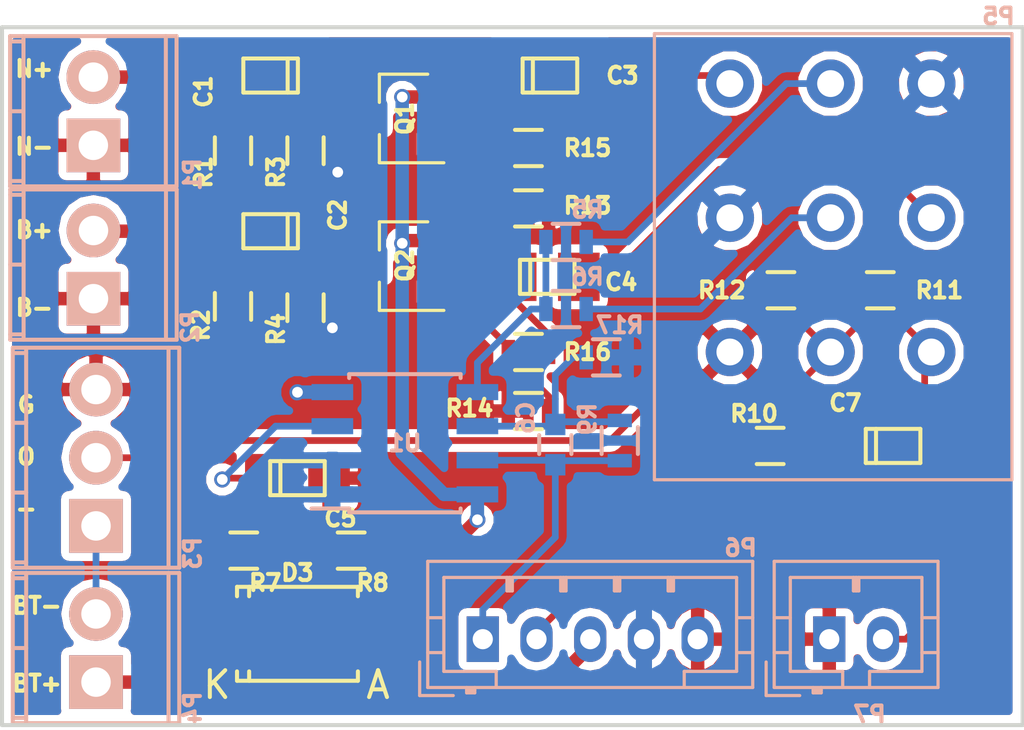
<source format=kicad_pcb>
(kicad_pcb (version 4) (host pcbnew 4.0.4-1.fc24-product)

  (general
    (links 65)
    (no_connects 0)
    (area 123.15412 74.799999 163.075001 105.705)
    (thickness 1.2)
    (drawings 12)
    (tracks 136)
    (zones 0)
    (modules 35)
    (nets 25)
  )

  (page A4)
  (layers
    (0 F.Cu signal)
    (31 B.Cu signal)
    (32 B.Adhes user)
    (33 F.Adhes user)
    (34 B.Paste user)
    (35 F.Paste user)
    (36 B.SilkS user)
    (37 F.SilkS user)
    (38 B.Mask user)
    (39 F.Mask user)
    (40 Dwgs.User user)
    (41 Cmts.User user)
    (42 Eco1.User user)
    (43 Eco2.User user)
    (44 Edge.Cuts user)
    (45 Margin user)
    (46 B.CrtYd user)
    (47 F.CrtYd user)
    (48 B.Fab user)
    (49 F.Fab user)
  )

  (setup
    (last_trace_width 0.25)
    (trace_clearance 0.25)
    (zone_clearance 0.3)
    (zone_45_only no)
    (trace_min 0.25)
    (segment_width 0.2)
    (edge_width 0.15)
    (via_size 0.6)
    (via_drill 0.4)
    (via_min_size 0.4)
    (via_min_drill 0.3)
    (uvia_size 0.3)
    (uvia_drill 0.1)
    (uvias_allowed no)
    (uvia_min_size 0.2)
    (uvia_min_drill 0.1)
    (pcb_text_width 0.3)
    (pcb_text_size 1.5 1.5)
    (mod_edge_width 0.15)
    (mod_text_size 0.6 0.6)
    (mod_text_width 0.15)
    (pad_size 1.524 1.524)
    (pad_drill 0.762)
    (pad_to_mask_clearance 0.2)
    (aux_axis_origin 0 0)
    (visible_elements 7FFFFFFF)
    (pcbplotparams
      (layerselection 0x010fc_80000001)
      (usegerberextensions true)
      (excludeedgelayer true)
      (linewidth 0.100000)
      (plotframeref false)
      (viasonmask false)
      (mode 1)
      (useauxorigin false)
      (hpglpennumber 1)
      (hpglpenspeed 20)
      (hpglpendiameter 15)
      (hpglpenoverlay 2)
      (psnegative false)
      (psa4output false)
      (plotreference true)
      (plotvalue true)
      (plotinvisibletext false)
      (padsonsilk false)
      (subtractmaskfromsilk false)
      (outputformat 1)
      (mirror false)
      (drillshape 0)
      (scaleselection 1)
      (outputdirectory ../../GERBER/F0_BUF/))
  )

  (net 0 "")
  (net 1 "Net-(C1-Pad1)")
  (net 2 "Net-(C2-Pad1)")
  (net 3 "Net-(C3-Pad1)")
  (net 4 /PB1_1)
  (net 5 "Net-(C4-Pad1)")
  (net 6 /PB2_3)
  (net 7 "Net-(C5-Pad1)")
  (net 8 Earth)
  (net 9 "Net-(C6-Pad2)")
  (net 10 "Net-(C7-Pad1)")
  (net 11 /PV_3)
  (net 12 /IN_B)
  (net 13 /IN_N)
  (net 14 "Net-(P3-Pad1)")
  (net 15 /PV_2)
  (net 16 /IN_EQ)
  (net 17 /VRef)
  (net 18 /PB1_2)
  (net 19 /PB2_2)
  (net 20 /V+)
  (net 21 /OUT_EQ)
  (net 22 "Net-(Q1-Pad1)")
  (net 23 "Net-(Q2-Pad1)")
  (net 24 "Net-(R5-Pad1)")

  (net_class Default "This is the default net class."
    (clearance 0.25)
    (trace_width 0.25)
    (via_dia 0.6)
    (via_drill 0.4)
    (uvia_dia 0.3)
    (uvia_drill 0.1)
    (add_net /IN_EQ)
    (add_net /OUT_EQ)
    (add_net /PB1_1)
    (add_net /PB1_2)
    (add_net /PB2_2)
    (add_net /PB2_3)
    (add_net /PV_2)
    (add_net /PV_3)
    (add_net "Net-(C1-Pad1)")
    (add_net "Net-(C2-Pad1)")
    (add_net "Net-(C3-Pad1)")
    (add_net "Net-(C4-Pad1)")
    (add_net "Net-(C5-Pad1)")
    (add_net "Net-(C6-Pad2)")
    (add_net "Net-(C7-Pad1)")
    (add_net "Net-(P3-Pad1)")
    (add_net "Net-(Q1-Pad1)")
    (add_net "Net-(Q2-Pad1)")
    (add_net "Net-(R5-Pad1)")
  )

  (net_class PWR ""
    (clearance 0.25)
    (trace_width 0.5)
    (via_dia 0.6)
    (via_drill 0.4)
    (uvia_dia 0.3)
    (uvia_drill 0.1)
    (add_net /IN_B)
    (add_net /IN_N)
    (add_net /V+)
    (add_net /VRef)
    (add_net Earth)
  )

  (module Resistors_SMD:R_0603 (layer B.Cu) (tedit 5A7B9FE7) (tstamp 5A7BA118)
    (at 147.5 90.3 180)
    (descr "Resistor SMD 0603, reflow soldering, Vishay (see dcrcw.pdf)")
    (tags "resistor 0603")
    (path /5A7BB155)
    (attr smd)
    (fp_text reference R17 (at -0.5 1.2 180) (layer B.SilkS)
      (effects (font (size 0.6 0.6) (thickness 0.15)) (justify mirror))
    )
    (fp_text value 10k (at 0 -1.9 180) (layer B.Fab) hide
      (effects (font (size 0.6 0.6) (thickness 0.15)) (justify mirror))
    )
    (fp_line (start -1.3 0.8) (end 1.3 0.8) (layer B.CrtYd) (width 0.05))
    (fp_line (start -1.3 -0.8) (end 1.3 -0.8) (layer B.CrtYd) (width 0.05))
    (fp_line (start -1.3 0.8) (end -1.3 -0.8) (layer B.CrtYd) (width 0.05))
    (fp_line (start 1.3 0.8) (end 1.3 -0.8) (layer B.CrtYd) (width 0.05))
    (fp_line (start 0.5 -0.675) (end -0.5 -0.675) (layer B.SilkS) (width 0.15))
    (fp_line (start -0.5 0.675) (end 0.5 0.675) (layer B.SilkS) (width 0.15))
    (pad 1 smd rect (at -0.75 0 180) (size 0.5 0.9) (layers B.Cu B.Paste B.Mask)
      (net 17 /VRef))
    (pad 2 smd rect (at 0.75 0 180) (size 0.5 0.9) (layers B.Cu B.Paste B.Mask)
      (net 9 "Net-(C6-Pad2)"))
    (model Resistors_SMD.3dshapes/R_0603.wrl
      (at (xyz 0 0 0))
      (scale (xyz 1 1 1))
      (rotate (xyz 0 0 0))
    )
  )

  (module Capacitors_SMD:C_0603 (layer B.Cu) (tedit 5A7A900E) (tstamp 5A7A900C)
    (at 145.6 93.55 90)
    (descr "Capacitor SMD 0603, reflow soldering, AVX (see smccp.pdf)")
    (tags "capacitor 0603")
    (path /5A654351)
    (attr smd)
    (fp_text reference C6 (at 1 -1.1 90) (layer B.SilkS)
      (effects (font (size 0.6 0.6) (thickness 0.15)) (justify mirror))
    )
    (fp_text value 100p (at 0 -1.9 90) (layer B.Fab) hide
      (effects (font (size 0.6 0.6) (thickness 0.15)) (justify mirror))
    )
    (fp_line (start -1.45 0.75) (end 1.45 0.75) (layer B.CrtYd) (width 0.05))
    (fp_line (start -1.45 -0.75) (end 1.45 -0.75) (layer B.CrtYd) (width 0.05))
    (fp_line (start -1.45 0.75) (end -1.45 -0.75) (layer B.CrtYd) (width 0.05))
    (fp_line (start 1.45 0.75) (end 1.45 -0.75) (layer B.CrtYd) (width 0.05))
    (fp_line (start -0.35 0.6) (end 0.35 0.6) (layer B.SilkS) (width 0.15))
    (fp_line (start 0.35 -0.6) (end -0.35 -0.6) (layer B.SilkS) (width 0.15))
    (pad 1 smd rect (at -0.75 0 90) (size 0.8 0.75) (layers B.Cu B.Paste B.Mask)
      (net 16 /IN_EQ))
    (pad 2 smd rect (at 0.75 0 90) (size 0.8 0.75) (layers B.Cu B.Paste B.Mask)
      (net 9 "Net-(C6-Pad2)"))
    (model Capacitors_SMD.3dshapes/C_0603.wrl
      (at (xyz 0 0 0))
      (scale (xyz 1 1 1))
      (rotate (xyz 0 0 0))
    )
  )

  (module Resistors_SMD:R_0603 (layer B.Cu) (tedit 5A792BCD) (tstamp 5A7927DB)
    (at 148 93.4 90)
    (descr "Resistor SMD 0603, reflow soldering, Vishay (see dcrcw.pdf)")
    (tags "resistor 0603")
    (path /5A654048)
    (attr smd)
    (fp_text reference R9 (at 0.8 -1.2 90) (layer B.SilkS)
      (effects (font (size 0.6 0.6) (thickness 0.15)) (justify mirror))
    )
    (fp_text value 15k (at 0 -1.9 90) (layer B.Fab) hide
      (effects (font (size 0.6 0.6) (thickness 0.15)) (justify mirror))
    )
    (fp_line (start -1.3 0.8) (end 1.3 0.8) (layer B.CrtYd) (width 0.05))
    (fp_line (start -1.3 -0.8) (end 1.3 -0.8) (layer B.CrtYd) (width 0.05))
    (fp_line (start -1.3 0.8) (end -1.3 -0.8) (layer B.CrtYd) (width 0.05))
    (fp_line (start 1.3 0.8) (end 1.3 -0.8) (layer B.CrtYd) (width 0.05))
    (fp_line (start 0.5 -0.675) (end -0.5 -0.675) (layer B.SilkS) (width 0.15))
    (fp_line (start -0.5 0.675) (end 0.5 0.675) (layer B.SilkS) (width 0.15))
    (pad 1 smd rect (at -0.75 0 90) (size 0.5 0.9) (layers B.Cu B.Paste B.Mask)
      (net 16 /IN_EQ))
    (pad 2 smd rect (at 0.75 0 90) (size 0.5 0.9) (layers B.Cu B.Paste B.Mask)
      (net 9 "Net-(C6-Pad2)"))
    (model Resistors_SMD.3dshapes/R_0603.wrl
      (at (xyz 0 0 0))
      (scale (xyz 1 1 1))
      (rotate (xyz 0 0 0))
    )
  )

  (module Housings_SOIC:SOIC-8_3.9x4.9mm_Pitch1.27mm (layer B.Cu) (tedit 5A792BF9) (tstamp 5A7927F9)
    (at 140 93.5)
    (descr "8-Lead Plastic Small Outline (SN) - Narrow, 3.90 mm Body [SOIC] (see Microchip Packaging Specification 00000049BS.pdf)")
    (tags "SOIC 1.27")
    (path /5A653F31)
    (attr smd)
    (fp_text reference U1 (at 0 0) (layer B.SilkS)
      (effects (font (size 0.6 0.6) (thickness 0.15)) (justify mirror))
    )
    (fp_text value MC33178 (at 0 -3.5) (layer B.Fab) hide
      (effects (font (size 0.6 0.6) (thickness 0.15)) (justify mirror))
    )
    (fp_line (start -3.75 2.75) (end -3.75 -2.75) (layer B.CrtYd) (width 0.05))
    (fp_line (start 3.75 2.75) (end 3.75 -2.75) (layer B.CrtYd) (width 0.05))
    (fp_line (start -3.75 2.75) (end 3.75 2.75) (layer B.CrtYd) (width 0.05))
    (fp_line (start -3.75 -2.75) (end 3.75 -2.75) (layer B.CrtYd) (width 0.05))
    (fp_line (start -2.075 2.575) (end -2.075 2.43) (layer B.SilkS) (width 0.15))
    (fp_line (start 2.075 2.575) (end 2.075 2.43) (layer B.SilkS) (width 0.15))
    (fp_line (start 2.075 -2.575) (end 2.075 -2.43) (layer B.SilkS) (width 0.15))
    (fp_line (start -2.075 -2.575) (end -2.075 -2.43) (layer B.SilkS) (width 0.15))
    (fp_line (start -2.075 2.575) (end 2.075 2.575) (layer B.SilkS) (width 0.15))
    (fp_line (start -2.075 -2.575) (end 2.075 -2.575) (layer B.SilkS) (width 0.15))
    (fp_line (start -2.075 2.43) (end -3.475 2.43) (layer B.SilkS) (width 0.15))
    (pad 1 smd rect (at -2.7 1.905) (size 1.55 0.6) (layers B.Cu B.Paste B.Mask)
      (net 17 /VRef))
    (pad 2 smd rect (at -2.7 0.635) (size 1.55 0.6) (layers B.Cu B.Paste B.Mask)
      (net 17 /VRef))
    (pad 3 smd rect (at -2.7 -0.635) (size 1.55 0.6) (layers B.Cu B.Paste B.Mask)
      (net 7 "Net-(C5-Pad1)"))
    (pad 4 smd rect (at -2.7 -1.905) (size 1.55 0.6) (layers B.Cu B.Paste B.Mask)
      (net 8 Earth))
    (pad 5 smd rect (at 2.7 -1.905) (size 1.55 0.6) (layers B.Cu B.Paste B.Mask)
      (net 24 "Net-(R5-Pad1)"))
    (pad 6 smd rect (at 2.7 -0.635) (size 1.55 0.6) (layers B.Cu B.Paste B.Mask)
      (net 9 "Net-(C6-Pad2)"))
    (pad 7 smd rect (at 2.7 0.635) (size 1.55 0.6) (layers B.Cu B.Paste B.Mask)
      (net 16 /IN_EQ))
    (pad 8 smd rect (at 2.7 1.905) (size 1.55 0.6) (layers B.Cu B.Paste B.Mask)
      (net 20 /V+))
    (model Housings_SOIC.3dshapes/SOIC-8_3.9x4.9mm_Pitch1.27mm.wrl
      (at (xyz 0 0 0))
      (scale (xyz 1 1 1))
      (rotate (xyz 0 0 0))
    )
  )

  (module LIBS:Potentiometer_Alpha_Tripple_Vertical_Dual_Shaft (layer B.Cu) (tedit 5A7925AA) (tstamp 5A792790)
    (at 152.1 80.1 90)
    (descr "Potentiometer, vertically mounted, Omeg PC16PU, Omeg PC16PU, Omeg PC16PU, Vishay/Spectrol 248GJ/249GJ Single, Vishay/Spectrol 248GJ/249GJ Single, Vishay/Spectrol 248GJ/249GJ Single, Vishay/Spectrol 248GH/249GH Single, Vishay/Spectrol 148/149 Single, Vishay/Spectrol 148/149 Single, Vishay/Spectrol 148/149 Single, Vishay/Spectrol 148A/149A Single with mounting plates, Vishay/Spectrol 148/149 Double, Vishay/Spectrol 148A/149A Double with mounting plates, Piher PC-16 Single, Piher PC-16 Single, Piher PC-16 Single, Piher PC-16SV Single, Piher PC-16 Double, Piher PC-16 Triple, Piher T16H Single, Piher T16L Single, Piher T16H Double, Alps RK163 Single, Alps RK163 Double, Alps RK097 Single, Alps RK097 Double, http://www.alps.com/prod/info/E/HTML/Potentiometer/RotaryPotentiometers/RK097/RK09712100AV.html")
    (tags "Potentiometer vertical  Omeg PC16PU  Omeg PC16PU  Omeg PC16PU  Vishay/Spectrol 248GJ/249GJ Single  Vishay/Spectrol 248GJ/249GJ Single  Vishay/Spectrol 248GJ/249GJ Single  Vishay/Spectrol 248GH/249GH Single  Vishay/Spectrol 148/149 Single  Vishay/Spectrol 148/149 Single  Vishay/Spectrol 148/149 Single  Vishay/Spectrol 148A/149A Single with mounting plates  Vishay/Spectrol 148/149 Double  Vishay/Spectrol 148A/149A Double with mounting plates  Piher PC-16 Single  Piher PC-16 Single  Piher PC-16 Single  Piher PC-16SV Single  Piher PC-16 Double  Piher PC-16 Triple  Piher T16H Single  Piher T16L Single  Piher T16H Double  Alps RK163 Single  Alps RK163 Double  Alps RK097 Single  Alps RK097 Double Dual Shaft")
    (path /5A656FFD)
    (fp_text reference P5 (at 2.5 10 180) (layer B.SilkS)
      (effects (font (size 0.6 0.6) (thickness 0.15)) (justify mirror))
    )
    (fp_text value CONN_01X09 (at 2.15 -3.9 90) (layer B.Fab) hide
      (effects (font (size 0.6 0.6) (thickness 0.15)) (justify mirror))
    )
    (fp_line (start -14.7 10.45) (end -14.7 -2.75) (layer B.Fab) (width 0.1))
    (fp_line (start -14.7 -2.75) (end 1.8 -2.75) (layer B.Fab) (width 0.1))
    (fp_line (start 1.8 -2.75) (end 1.8 10.45) (layer B.Fab) (width 0.1))
    (fp_line (start 1.8 10.45) (end -14.7 10.45) (layer B.Fab) (width 0.1))
    (fp_line (start -14.76 10.5) (end 1.86 10.5) (layer B.SilkS) (width 0.12))
    (fp_line (start -14.76 -2.81) (end 1.86 -2.81) (layer B.SilkS) (width 0.12))
    (fp_line (start -14.76 10.5) (end -14.76 -2.81) (layer B.SilkS) (width 0.12))
    (fp_line (start 1.86 10.5) (end 1.86 -2.81) (layer B.SilkS) (width 0.12))
    (fp_line (start -15.15 10.7) (end -15.15 -3) (layer B.CrtYd) (width 0.05))
    (fp_line (start -15.15 -3) (end 2.05 -3) (layer B.CrtYd) (width 0.05))
    (fp_line (start 2.05 -3) (end 2.05 10.7) (layer B.CrtYd) (width 0.05))
    (fp_line (start 2.05 10.7) (end -15.15 10.7) (layer B.CrtYd) (width 0.05))
    (pad 3 thru_hole circle (at 0 7.5 90) (size 1.8 1.8) (drill 1) (layers *.Cu *.Mask)
      (net 17 /VRef))
    (pad 2 thru_hole circle (at 0 3.75 90) (size 1.8 1.8) (drill 1) (layers *.Cu *.Mask)
      (net 18 /PB1_2))
    (pad 1 thru_hole circle (at 0 0 90) (size 1.8 1.8) (drill 1) (layers *.Cu *.Mask)
      (net 4 /PB1_1))
    (pad 6 thru_hole circle (at -5 7.5 90) (size 1.8 1.8) (drill 1) (layers *.Cu *.Mask)
      (net 6 /PB2_3))
    (pad 5 thru_hole circle (at -5 3.75 90) (size 1.8 1.8) (drill 1) (layers *.Cu *.Mask)
      (net 19 /PB2_2))
    (pad 4 thru_hole circle (at -5 0 90) (size 1.8 1.8) (drill 1) (layers *.Cu *.Mask)
      (net 17 /VRef))
    (pad 7 thru_hole circle (at -10 0 90) (size 1.8 1.8) (drill 1) (layers *.Cu *.Mask)
      (net 8 Earth))
    (pad 8 thru_hole circle (at -10 3.75 90) (size 1.8 1.8) (drill 1) (layers *.Cu *.Mask)
      (net 15 /PV_2))
    (pad 9 thru_hole circle (at -10 7.5 90) (size 1.8 1.8) (drill 1) (layers *.Cu *.Mask)
      (net 11 /PV_3))
    (model Potentiometers.3dshapes/Potentiometer_Alps_RK097_Double_Vertical.wrl
      (at (xyz 0 0 0))
      (scale (xyz 0.393701 0.393701 0.393701))
      (rotate (xyz 0 0 0))
    )
  )

  (module Connectors_JST:JST_PH_B2B-PH-K_02x2.00mm_Straight (layer B.Cu) (tedit 5A7A2EA1) (tstamp 5A7A2EB7)
    (at 155.8 100.8)
    (descr "JST PH series connector, B2B-PH-K, top entry type, through hole, Datasheet: http://www.jst-mfg.com/product/pdf/eng/ePH.pdf")
    (tags "connector jst ph")
    (path /5A7A3189)
    (fp_text reference P7 (at 1.5 2.8) (layer B.SilkS)
      (effects (font (size 0.6 0.6) (thickness 0.15)) (justify mirror))
    )
    (fp_text value CONN_01X02 (at 1 -3.8) (layer B.Fab) hide
      (effects (font (size 0.6 0.6) (thickness 0.15)) (justify mirror))
    )
    (fp_line (start -2.05 1.8) (end -2.05 -2.9) (layer B.SilkS) (width 0.12))
    (fp_line (start -2.05 -2.9) (end 4.05 -2.9) (layer B.SilkS) (width 0.12))
    (fp_line (start 4.05 -2.9) (end 4.05 1.8) (layer B.SilkS) (width 0.12))
    (fp_line (start 4.05 1.8) (end -2.05 1.8) (layer B.SilkS) (width 0.12))
    (fp_line (start 0.5 1.8) (end 0.5 1.2) (layer B.SilkS) (width 0.12))
    (fp_line (start 0.5 1.2) (end -1.45 1.2) (layer B.SilkS) (width 0.12))
    (fp_line (start -1.45 1.2) (end -1.45 -2.3) (layer B.SilkS) (width 0.12))
    (fp_line (start -1.45 -2.3) (end 3.45 -2.3) (layer B.SilkS) (width 0.12))
    (fp_line (start 3.45 -2.3) (end 3.45 1.2) (layer B.SilkS) (width 0.12))
    (fp_line (start 3.45 1.2) (end 1.5 1.2) (layer B.SilkS) (width 0.12))
    (fp_line (start 1.5 1.2) (end 1.5 1.8) (layer B.SilkS) (width 0.12))
    (fp_line (start -2.05 0.5) (end -1.45 0.5) (layer B.SilkS) (width 0.12))
    (fp_line (start -2.05 -0.8) (end -1.45 -0.8) (layer B.SilkS) (width 0.12))
    (fp_line (start 4.05 0.5) (end 3.45 0.5) (layer B.SilkS) (width 0.12))
    (fp_line (start 4.05 -0.8) (end 3.45 -0.8) (layer B.SilkS) (width 0.12))
    (fp_line (start -0.3 1.8) (end -0.3 2) (layer B.SilkS) (width 0.12))
    (fp_line (start -0.3 2) (end -0.6 2) (layer B.SilkS) (width 0.12))
    (fp_line (start -0.6 2) (end -0.6 1.8) (layer B.SilkS) (width 0.12))
    (fp_line (start -0.3 1.9) (end -0.6 1.9) (layer B.SilkS) (width 0.12))
    (fp_line (start 0.9 -2.3) (end 0.9 -1.8) (layer B.SilkS) (width 0.12))
    (fp_line (start 0.9 -1.8) (end 1.1 -1.8) (layer B.SilkS) (width 0.12))
    (fp_line (start 1.1 -1.8) (end 1.1 -2.3) (layer B.SilkS) (width 0.12))
    (fp_line (start 1 -2.3) (end 1 -1.8) (layer B.SilkS) (width 0.12))
    (fp_line (start -1.1 2.1) (end -2.35 2.1) (layer B.SilkS) (width 0.12))
    (fp_line (start -2.35 2.1) (end -2.35 0.85) (layer B.SilkS) (width 0.12))
    (fp_line (start -1.1 2.1) (end -2.35 2.1) (layer B.Fab) (width 0.1))
    (fp_line (start -2.35 2.1) (end -2.35 0.85) (layer B.Fab) (width 0.1))
    (fp_line (start -1.95 1.7) (end -1.95 -2.8) (layer B.Fab) (width 0.1))
    (fp_line (start -1.95 -2.8) (end 3.95 -2.8) (layer B.Fab) (width 0.1))
    (fp_line (start 3.95 -2.8) (end 3.95 1.7) (layer B.Fab) (width 0.1))
    (fp_line (start 3.95 1.7) (end -1.95 1.7) (layer B.Fab) (width 0.1))
    (fp_line (start -2.45 2.2) (end -2.45 -3.3) (layer B.CrtYd) (width 0.05))
    (fp_line (start -2.45 -3.3) (end 4.45 -3.3) (layer B.CrtYd) (width 0.05))
    (fp_line (start 4.45 -3.3) (end 4.45 2.2) (layer B.CrtYd) (width 0.05))
    (fp_line (start 4.45 2.2) (end -2.45 2.2) (layer B.CrtYd) (width 0.05))
    (fp_text user %R (at 1 -1.5) (layer B.Fab) hide
      (effects (font (size 1 1) (thickness 0.15)) (justify mirror))
    )
    (pad 1 thru_hole rect (at 0 0) (size 1.2 1.7) (drill 0.75) (layers *.Cu *.Mask)
      (net 8 Earth))
    (pad 2 thru_hole oval (at 2 0) (size 1.2 1.7) (drill 0.75) (layers *.Cu *.Mask)
      (net 11 /PV_3))
    (model ${KISYS3DMOD}/Connectors_JST.3dshapes/JST_PH_B2B-PH-K_02x2.00mm_Straight.wrl
      (at (xyz 0 0 0))
      (scale (xyz 1 1 1))
      (rotate (xyz 0 0 0))
    )
  )

  (module Connectors_JST:JST_PH_B5B-PH-K_05x2.00mm_Straight (layer B.Cu) (tedit 5A79263E) (tstamp 5A792A4A)
    (at 142.9 100.8)
    (descr "JST PH series connector, B5B-PH-K, top entry type, through hole, Datasheet: http://www.jst-mfg.com/product/pdf/eng/ePH.pdf")
    (tags "connector jst ph")
    (path /5A657865)
    (fp_text reference P6 (at 9.6 -3.4) (layer B.SilkS)
      (effects (font (size 0.6 0.6) (thickness 0.15)) (justify mirror))
    )
    (fp_text value CONN_01X05 (at 4 -3.8) (layer B.Fab) hide
      (effects (font (size 0.6 0.6) (thickness 0.15)) (justify mirror))
    )
    (fp_line (start -2.05 1.8) (end -2.05 -2.9) (layer B.SilkS) (width 0.12))
    (fp_line (start -2.05 -2.9) (end 10.05 -2.9) (layer B.SilkS) (width 0.12))
    (fp_line (start 10.05 -2.9) (end 10.05 1.8) (layer B.SilkS) (width 0.12))
    (fp_line (start 10.05 1.8) (end -2.05 1.8) (layer B.SilkS) (width 0.12))
    (fp_line (start 0.5 1.8) (end 0.5 1.2) (layer B.SilkS) (width 0.12))
    (fp_line (start 0.5 1.2) (end -1.45 1.2) (layer B.SilkS) (width 0.12))
    (fp_line (start -1.45 1.2) (end -1.45 -2.3) (layer B.SilkS) (width 0.12))
    (fp_line (start -1.45 -2.3) (end 9.45 -2.3) (layer B.SilkS) (width 0.12))
    (fp_line (start 9.45 -2.3) (end 9.45 1.2) (layer B.SilkS) (width 0.12))
    (fp_line (start 9.45 1.2) (end 7.5 1.2) (layer B.SilkS) (width 0.12))
    (fp_line (start 7.5 1.2) (end 7.5 1.8) (layer B.SilkS) (width 0.12))
    (fp_line (start -2.05 0.5) (end -1.45 0.5) (layer B.SilkS) (width 0.12))
    (fp_line (start -2.05 -0.8) (end -1.45 -0.8) (layer B.SilkS) (width 0.12))
    (fp_line (start 10.05 0.5) (end 9.45 0.5) (layer B.SilkS) (width 0.12))
    (fp_line (start 10.05 -0.8) (end 9.45 -0.8) (layer B.SilkS) (width 0.12))
    (fp_line (start -0.3 1.8) (end -0.3 2) (layer B.SilkS) (width 0.12))
    (fp_line (start -0.3 2) (end -0.6 2) (layer B.SilkS) (width 0.12))
    (fp_line (start -0.6 2) (end -0.6 1.8) (layer B.SilkS) (width 0.12))
    (fp_line (start -0.3 1.9) (end -0.6 1.9) (layer B.SilkS) (width 0.12))
    (fp_line (start 0.9 -2.3) (end 0.9 -1.8) (layer B.SilkS) (width 0.12))
    (fp_line (start 0.9 -1.8) (end 1.1 -1.8) (layer B.SilkS) (width 0.12))
    (fp_line (start 1.1 -1.8) (end 1.1 -2.3) (layer B.SilkS) (width 0.12))
    (fp_line (start 1 -2.3) (end 1 -1.8) (layer B.SilkS) (width 0.12))
    (fp_line (start 2.9 -2.3) (end 2.9 -1.8) (layer B.SilkS) (width 0.12))
    (fp_line (start 2.9 -1.8) (end 3.1 -1.8) (layer B.SilkS) (width 0.12))
    (fp_line (start 3.1 -1.8) (end 3.1 -2.3) (layer B.SilkS) (width 0.12))
    (fp_line (start 3 -2.3) (end 3 -1.8) (layer B.SilkS) (width 0.12))
    (fp_line (start 4.9 -2.3) (end 4.9 -1.8) (layer B.SilkS) (width 0.12))
    (fp_line (start 4.9 -1.8) (end 5.1 -1.8) (layer B.SilkS) (width 0.12))
    (fp_line (start 5.1 -1.8) (end 5.1 -2.3) (layer B.SilkS) (width 0.12))
    (fp_line (start 5 -2.3) (end 5 -1.8) (layer B.SilkS) (width 0.12))
    (fp_line (start 6.9 -2.3) (end 6.9 -1.8) (layer B.SilkS) (width 0.12))
    (fp_line (start 6.9 -1.8) (end 7.1 -1.8) (layer B.SilkS) (width 0.12))
    (fp_line (start 7.1 -1.8) (end 7.1 -2.3) (layer B.SilkS) (width 0.12))
    (fp_line (start 7 -2.3) (end 7 -1.8) (layer B.SilkS) (width 0.12))
    (fp_line (start -1.1 2.1) (end -2.35 2.1) (layer B.SilkS) (width 0.12))
    (fp_line (start -2.35 2.1) (end -2.35 0.85) (layer B.SilkS) (width 0.12))
    (fp_line (start -1.1 2.1) (end -2.35 2.1) (layer B.Fab) (width 0.1))
    (fp_line (start -2.35 2.1) (end -2.35 0.85) (layer B.Fab) (width 0.1))
    (fp_line (start -1.95 1.7) (end -1.95 -2.8) (layer B.Fab) (width 0.1))
    (fp_line (start -1.95 -2.8) (end 9.95 -2.8) (layer B.Fab) (width 0.1))
    (fp_line (start 9.95 -2.8) (end 9.95 1.7) (layer B.Fab) (width 0.1))
    (fp_line (start 9.95 1.7) (end -1.95 1.7) (layer B.Fab) (width 0.1))
    (fp_line (start -2.45 2.2) (end -2.45 -3.3) (layer B.CrtYd) (width 0.05))
    (fp_line (start -2.45 -3.3) (end 10.45 -3.3) (layer B.CrtYd) (width 0.05))
    (fp_line (start 10.45 -3.3) (end 10.45 2.2) (layer B.CrtYd) (width 0.05))
    (fp_line (start 10.45 2.2) (end -2.45 2.2) (layer B.CrtYd) (width 0.05))
    (fp_text user %R (at 4 -1.5) (layer B.Fab) hide
      (effects (font (size 1 1) (thickness 0.15)) (justify mirror))
    )
    (pad 1 thru_hole rect (at 0 0) (size 1.2 1.7) (drill 0.75) (layers *.Cu *.Mask)
      (net 16 /IN_EQ))
    (pad 2 thru_hole oval (at 2 0) (size 1.2 1.7) (drill 0.75) (layers *.Cu *.Mask)
      (net 21 /OUT_EQ))
    (pad 3 thru_hole oval (at 4 0) (size 1.2 1.7) (drill 0.75) (layers *.Cu *.Mask)
      (net 20 /V+))
    (pad 4 thru_hole oval (at 6 0) (size 1.2 1.7) (drill 0.75) (layers *.Cu *.Mask)
      (net 17 /VRef))
    (pad 5 thru_hole oval (at 8 0) (size 1.2 1.7) (drill 0.75) (layers *.Cu *.Mask)
      (net 8 Earth))
    (model ${KISYS3DMOD}/Connectors_JST.3dshapes/JST_PH_B5B-PH-K_05x2.00mm_Straight.wrl
      (at (xyz 0 0 0))
      (scale (xyz 1 1 1))
      (rotate (xyz 0 0 0))
    )
  )

  (module Terminal_Blocks:TerminalBlock_Pheonix_MPT-2.54mm_2pol (layer B.Cu) (tedit 5A656DBC) (tstamp 5A656DCD)
    (at 128.405024 88.113844 90)
    (descr "2-way 2.54mm pitch terminal block, Phoenix MPT series")
    (path /5A656625)
    (fp_text reference P2 (at -1.06 3.6 90) (layer B.SilkS)
      (effects (font (size 0.6 0.6) (thickness 0.15)) (justify mirror))
    )
    (fp_text value CONN_01X02 (at 1.27 -4.50088 90) (layer B.Fab) hide
      (effects (font (size 0.6 0.6) (thickness 0.15)) (justify mirror))
    )
    (fp_line (start -1.7 3.3) (end 4.3 3.3) (layer B.CrtYd) (width 0.05))
    (fp_line (start -1.7 -3.3) (end -1.7 3.3) (layer B.CrtYd) (width 0.05))
    (fp_line (start 4.3 -3.3) (end -1.7 -3.3) (layer B.CrtYd) (width 0.05))
    (fp_line (start 4.3 3.3) (end 4.3 -3.3) (layer B.CrtYd) (width 0.05))
    (fp_line (start 4.06908 -2.60096) (end -1.52908 -2.60096) (layer B.SilkS) (width 0.15))
    (fp_line (start -1.33096 -3.0988) (end -1.33096 -2.60096) (layer B.SilkS) (width 0.15))
    (fp_line (start 3.87096 -2.60096) (end 3.87096 -3.0988) (layer B.SilkS) (width 0.15))
    (fp_line (start 1.27 -3.0988) (end 1.27 -2.60096) (layer B.SilkS) (width 0.15))
    (fp_line (start -1.52908 2.70002) (end 4.06908 2.70002) (layer B.SilkS) (width 0.15))
    (fp_line (start -1.52908 -3.0988) (end 4.06908 -3.0988) (layer B.SilkS) (width 0.15))
    (fp_line (start 4.06908 -3.0988) (end 4.06908 3.0988) (layer B.SilkS) (width 0.15))
    (fp_line (start 4.06908 3.0988) (end -1.52908 3.0988) (layer B.SilkS) (width 0.15))
    (fp_line (start -1.52908 3.0988) (end -1.52908 -3.0988) (layer B.SilkS) (width 0.15))
    (pad 2 thru_hole oval (at 2.54 0 90) (size 1.99898 1.99898) (drill 1.09728) (layers *.Cu *.Mask B.SilkS)
      (net 12 /IN_B))
    (pad 1 thru_hole rect (at 0 0 90) (size 1.99898 1.99898) (drill 1.09728) (layers *.Cu *.Mask B.SilkS)
      (net 8 Earth))
    (model Terminal_Blocks.3dshapes/TerminalBlock_Pheonix_MPT-2.54mm_2pol.wrl
      (at (xyz 0.05 0 0))
      (scale (xyz 1 1 1))
      (rotate (xyz 0 0 0))
    )
  )

  (module Terminal_Blocks:TerminalBlock_Pheonix_MPT-2.54mm_3pol (layer B.Cu) (tedit 5A656DBF) (tstamp 5A656DD4)
    (at 128.5 96.58 90)
    (descr "3-way 2.54mm pitch terminal block, Phoenix MPT series")
    (path /5A657F5B)
    (fp_text reference P3 (at -1.02 3.6 90) (layer B.SilkS)
      (effects (font (size 0.6 0.6) (thickness 0.15)) (justify mirror))
    )
    (fp_text value CONN_01X03 (at 2.54 -4.50088 90) (layer B.Fab) hide
      (effects (font (size 0.6 0.6) (thickness 0.15)) (justify mirror))
    )
    (fp_line (start -1.778 -3.302) (end 6.858 -3.302) (layer B.CrtYd) (width 0.05))
    (fp_line (start -1.778 3.302) (end -1.778 -3.302) (layer B.CrtYd) (width 0.05))
    (fp_line (start 6.858 3.302) (end -1.778 3.302) (layer B.CrtYd) (width 0.05))
    (fp_line (start 6.858 -3.302) (end 6.858 3.302) (layer B.CrtYd) (width 0.05))
    (fp_line (start 6.63956 3.0988) (end -1.55956 3.0988) (layer B.SilkS) (width 0.15))
    (fp_line (start 6.63956 2.70002) (end -1.55956 2.70002) (layer B.SilkS) (width 0.15))
    (fp_line (start 6.63956 -2.60096) (end -1.55956 -2.60096) (layer B.SilkS) (width 0.15))
    (fp_line (start -1.55956 -3.0988) (end 6.63956 -3.0988) (layer B.SilkS) (width 0.15))
    (fp_line (start 3.84048 -2.60096) (end 3.84048 -3.0988) (layer B.SilkS) (width 0.15))
    (fp_line (start -1.3589 -3.0988) (end -1.3589 -2.60096) (layer B.SilkS) (width 0.15))
    (fp_line (start 6.44144 -2.60096) (end 6.44144 -3.0988) (layer B.SilkS) (width 0.15))
    (fp_line (start 1.24206 -3.0988) (end 1.24206 -2.60096) (layer B.SilkS) (width 0.15))
    (fp_line (start 6.63956 -3.0988) (end 6.63956 3.0988) (layer B.SilkS) (width 0.15))
    (fp_line (start -1.55702 3.0988) (end -1.55702 -3.0988) (layer B.SilkS) (width 0.15))
    (pad 3 thru_hole oval (at 5.08 0 90) (size 1.99898 1.99898) (drill 1.09728) (layers *.Cu *.Mask B.SilkS)
      (net 8 Earth))
    (pad 1 thru_hole rect (at 0 0 90) (size 1.99898 1.99898) (drill 1.09728) (layers *.Cu *.Mask B.SilkS)
      (net 14 "Net-(P3-Pad1)"))
    (pad 2 thru_hole oval (at 2.54 0 90) (size 1.99898 1.99898) (drill 1.09728) (layers *.Cu *.Mask B.SilkS)
      (net 15 /PV_2))
    (model Terminal_Blocks.3dshapes/TerminalBlock_Pheonix_MPT-2.54mm_3pol.wrl
      (at (xyz 0.1 0 0))
      (scale (xyz 1 1 1))
      (rotate (xyz 0 0 0))
    )
  )

  (module Resistors_SMD:R_0603 (layer F.Cu) (tedit 5A792901) (tstamp 5A7927CF)
    (at 134 97.5)
    (descr "Resistor SMD 0603, reflow soldering, Vishay (see dcrcw.pdf)")
    (tags "resistor 0603")
    (path /5A654B24)
    (attr smd)
    (fp_text reference R7 (at 0.8 1.2) (layer F.SilkS)
      (effects (font (size 0.6 0.6) (thickness 0.15)))
    )
    (fp_text value 100k (at 0 1.9) (layer F.Fab) hide
      (effects (font (size 0.6 0.6) (thickness 0.15)))
    )
    (fp_line (start -1.3 -0.8) (end 1.3 -0.8) (layer F.CrtYd) (width 0.05))
    (fp_line (start -1.3 0.8) (end 1.3 0.8) (layer F.CrtYd) (width 0.05))
    (fp_line (start -1.3 -0.8) (end -1.3 0.8) (layer F.CrtYd) (width 0.05))
    (fp_line (start 1.3 -0.8) (end 1.3 0.8) (layer F.CrtYd) (width 0.05))
    (fp_line (start 0.5 0.675) (end -0.5 0.675) (layer F.SilkS) (width 0.15))
    (fp_line (start -0.5 -0.675) (end 0.5 -0.675) (layer F.SilkS) (width 0.15))
    (pad 1 smd rect (at -0.75 0) (size 0.5 0.9) (layers F.Cu F.Paste F.Mask)
      (net 20 /V+))
    (pad 2 smd rect (at 0.75 0) (size 0.5 0.9) (layers F.Cu F.Paste F.Mask)
      (net 7 "Net-(C5-Pad1)"))
    (model Resistors_SMD.3dshapes/R_0603.wrl
      (at (xyz 0 0 0))
      (scale (xyz 1 1 1))
      (rotate (xyz 0 0 0))
    )
  )

  (module Terminal_Blocks:TerminalBlock_Pheonix_MPT-2.54mm_2pol (layer B.Cu) (tedit 5A656DB9) (tstamp 5A656DC7)
    (at 128.4 82.4 90)
    (descr "2-way 2.54mm pitch terminal block, Phoenix MPT series")
    (path /5A65640A)
    (fp_text reference P1 (at -1.086156 3.694976 90) (layer B.SilkS)
      (effects (font (size 0.6 0.6) (thickness 0.15)) (justify mirror))
    )
    (fp_text value CONN_01X02 (at 1.27 -4.50088 90) (layer B.Fab) hide
      (effects (font (size 0.6 0.6) (thickness 0.15)) (justify mirror))
    )
    (fp_line (start -1.7 3.3) (end 4.3 3.3) (layer B.CrtYd) (width 0.05))
    (fp_line (start -1.7 -3.3) (end -1.7 3.3) (layer B.CrtYd) (width 0.05))
    (fp_line (start 4.3 -3.3) (end -1.7 -3.3) (layer B.CrtYd) (width 0.05))
    (fp_line (start 4.3 3.3) (end 4.3 -3.3) (layer B.CrtYd) (width 0.05))
    (fp_line (start 4.06908 -2.60096) (end -1.52908 -2.60096) (layer B.SilkS) (width 0.15))
    (fp_line (start -1.33096 -3.0988) (end -1.33096 -2.60096) (layer B.SilkS) (width 0.15))
    (fp_line (start 3.87096 -2.60096) (end 3.87096 -3.0988) (layer B.SilkS) (width 0.15))
    (fp_line (start 1.27 -3.0988) (end 1.27 -2.60096) (layer B.SilkS) (width 0.15))
    (fp_line (start -1.52908 2.70002) (end 4.06908 2.70002) (layer B.SilkS) (width 0.15))
    (fp_line (start -1.52908 -3.0988) (end 4.06908 -3.0988) (layer B.SilkS) (width 0.15))
    (fp_line (start 4.06908 -3.0988) (end 4.06908 3.0988) (layer B.SilkS) (width 0.15))
    (fp_line (start 4.06908 3.0988) (end -1.52908 3.0988) (layer B.SilkS) (width 0.15))
    (fp_line (start -1.52908 3.0988) (end -1.52908 -3.0988) (layer B.SilkS) (width 0.15))
    (pad 2 thru_hole oval (at 2.54 0 90) (size 1.99898 1.99898) (drill 1.09728) (layers *.Cu *.Mask B.SilkS)
      (net 13 /IN_N))
    (pad 1 thru_hole rect (at 0 0 90) (size 1.99898 1.99898) (drill 1.09728) (layers *.Cu *.Mask B.SilkS)
      (net 8 Earth))
    (model Terminal_Blocks.3dshapes/TerminalBlock_Pheonix_MPT-2.54mm_2pol.wrl
      (at (xyz 0.05 0 0))
      (scale (xyz 1 1 1))
      (rotate (xyz 0 0 0))
    )
  )

  (module Terminal_Blocks:TerminalBlock_Pheonix_MPT-2.54mm_2pol (layer B.Cu) (tedit 5A656DC2) (tstamp 5A656DDA)
    (at 128.5 102.4 90)
    (descr "2-way 2.54mm pitch terminal block, Phoenix MPT series")
    (path /5A658137)
    (fp_text reference P4 (at -0.96 3.6 90) (layer B.SilkS)
      (effects (font (size 0.6 0.6) (thickness 0.15)) (justify mirror))
    )
    (fp_text value CONN_01X02 (at 1.27 -4.50088 90) (layer B.Fab) hide
      (effects (font (size 0.6 0.6) (thickness 0.15)) (justify mirror))
    )
    (fp_line (start -1.7 3.3) (end 4.3 3.3) (layer B.CrtYd) (width 0.05))
    (fp_line (start -1.7 -3.3) (end -1.7 3.3) (layer B.CrtYd) (width 0.05))
    (fp_line (start 4.3 -3.3) (end -1.7 -3.3) (layer B.CrtYd) (width 0.05))
    (fp_line (start 4.3 3.3) (end 4.3 -3.3) (layer B.CrtYd) (width 0.05))
    (fp_line (start 4.06908 -2.60096) (end -1.52908 -2.60096) (layer B.SilkS) (width 0.15))
    (fp_line (start -1.33096 -3.0988) (end -1.33096 -2.60096) (layer B.SilkS) (width 0.15))
    (fp_line (start 3.87096 -2.60096) (end 3.87096 -3.0988) (layer B.SilkS) (width 0.15))
    (fp_line (start 1.27 -3.0988) (end 1.27 -2.60096) (layer B.SilkS) (width 0.15))
    (fp_line (start -1.52908 2.70002) (end 4.06908 2.70002) (layer B.SilkS) (width 0.15))
    (fp_line (start -1.52908 -3.0988) (end 4.06908 -3.0988) (layer B.SilkS) (width 0.15))
    (fp_line (start 4.06908 -3.0988) (end 4.06908 3.0988) (layer B.SilkS) (width 0.15))
    (fp_line (start 4.06908 3.0988) (end -1.52908 3.0988) (layer B.SilkS) (width 0.15))
    (fp_line (start -1.52908 3.0988) (end -1.52908 -3.0988) (layer B.SilkS) (width 0.15))
    (pad 2 thru_hole oval (at 2.54 0 90) (size 1.99898 1.99898) (drill 1.09728) (layers *.Cu *.Mask B.SilkS)
      (net 14 "Net-(P3-Pad1)"))
    (pad 1 thru_hole rect (at 0 0 90) (size 1.99898 1.99898) (drill 1.09728) (layers *.Cu *.Mask B.SilkS)
      (net 20 /V+))
    (model Terminal_Blocks.3dshapes/TerminalBlock_Pheonix_MPT-2.54mm_2pol.wrl
      (at (xyz 0.05 0 0))
      (scale (xyz 1 1 1))
      (rotate (xyz 0 0 0))
    )
  )

  (module Capacitors_Tantalum_SMD:TantalC_SizeR_EIA-2012 (layer F.Cu) (tedit 5A7926AC) (tstamp 5A792753)
    (at 135 79.8)
    (descr "Tantal Cap. , Size C, EIA-2012")
    (path /5A79331B)
    (fp_text reference C1 (at -2.5 0.6 270) (layer F.SilkS)
      (effects (font (size 0.6 0.6) (thickness 0.15)))
    )
    (fp_text value 0.1u (at 0 1.27) (layer F.Fab) hide
      (effects (font (size 0.6 0.6) (thickness 0.15)))
    )
    (fp_line (start 0.635 -0.635) (end 0.635 0.635) (layer F.SilkS) (width 0.15))
    (fp_line (start -1.016 -0.635) (end -1.016 0.635) (layer F.SilkS) (width 0.15))
    (fp_line (start -1.016 0.635) (end 1.016 0.635) (layer F.SilkS) (width 0.15))
    (fp_line (start 1.016 0.635) (end 1.016 -0.635) (layer F.SilkS) (width 0.15))
    (fp_line (start 1.016 -0.635) (end -1.016 -0.635) (layer F.SilkS) (width 0.15))
    (pad 1 smd rect (at 1.17602 0) (size 1.5494 1.80086) (layers F.Cu F.Paste F.Mask)
      (net 1 "Net-(C1-Pad1)"))
    (pad 2 smd rect (at -1.17602 0) (size 1.5494 1.80086) (layers F.Cu F.Paste F.Mask)
      (net 13 /IN_N))
    (model Capacitors_Tantalum_SMD.3dshapes/TantalC_SizeR_EIA-2012.wrl
      (at (xyz 0 0 0))
      (scale (xyz 1 1 1))
      (rotate (xyz 0 0 0))
    )
  )

  (module Capacitors_Tantalum_SMD:TantalC_SizeR_EIA-2012 (layer F.Cu) (tedit 5A792812) (tstamp 5A792759)
    (at 135 85.6)
    (descr "Tantal Cap. , Size C, EIA-2012")
    (path /5A793406)
    (fp_text reference C2 (at 2.5 -0.6 270) (layer F.SilkS)
      (effects (font (size 0.6 0.6) (thickness 0.15)))
    )
    (fp_text value 0.1u (at 0 1.27) (layer F.Fab) hide
      (effects (font (size 0.6 0.6) (thickness 0.15)))
    )
    (fp_line (start 0.635 -0.635) (end 0.635 0.635) (layer F.SilkS) (width 0.15))
    (fp_line (start -1.016 -0.635) (end -1.016 0.635) (layer F.SilkS) (width 0.15))
    (fp_line (start -1.016 0.635) (end 1.016 0.635) (layer F.SilkS) (width 0.15))
    (fp_line (start 1.016 0.635) (end 1.016 -0.635) (layer F.SilkS) (width 0.15))
    (fp_line (start 1.016 -0.635) (end -1.016 -0.635) (layer F.SilkS) (width 0.15))
    (pad 1 smd rect (at 1.17602 0) (size 1.5494 1.80086) (layers F.Cu F.Paste F.Mask)
      (net 2 "Net-(C2-Pad1)"))
    (pad 2 smd rect (at -1.17602 0) (size 1.5494 1.80086) (layers F.Cu F.Paste F.Mask)
      (net 12 /IN_B))
    (model Capacitors_Tantalum_SMD.3dshapes/TantalC_SizeR_EIA-2012.wrl
      (at (xyz 0 0 0))
      (scale (xyz 1 1 1))
      (rotate (xyz 0 0 0))
    )
  )

  (module Capacitors_Tantalum_SMD:TantalC_SizeR_EIA-2012 (layer F.Cu) (tedit 5A7A2C51) (tstamp 5A79275F)
    (at 145.4 79.8 180)
    (descr "Tantal Cap. , Size C, EIA-2012")
    (path /5A65362E)
    (fp_text reference C3 (at -2.7 0 180) (layer F.SilkS)
      (effects (font (size 0.6 0.6) (thickness 0.15)))
    )
    (fp_text value 1u (at 0 1.27 180) (layer F.Fab) hide
      (effects (font (size 0.6 0.6) (thickness 0.15)))
    )
    (fp_line (start 0.635 -0.635) (end 0.635 0.635) (layer F.SilkS) (width 0.15))
    (fp_line (start -1.016 -0.635) (end -1.016 0.635) (layer F.SilkS) (width 0.15))
    (fp_line (start -1.016 0.635) (end 1.016 0.635) (layer F.SilkS) (width 0.15))
    (fp_line (start 1.016 0.635) (end 1.016 -0.635) (layer F.SilkS) (width 0.15))
    (fp_line (start 1.016 -0.635) (end -1.016 -0.635) (layer F.SilkS) (width 0.15))
    (pad 1 smd rect (at 1.17602 0 180) (size 1.5494 1.80086) (layers F.Cu F.Paste F.Mask)
      (net 3 "Net-(C3-Pad1)"))
    (pad 2 smd rect (at -1.17602 0 180) (size 1.5494 1.80086) (layers F.Cu F.Paste F.Mask)
      (net 4 /PB1_1))
    (model Capacitors_Tantalum_SMD.3dshapes/TantalC_SizeR_EIA-2012.wrl
      (at (xyz 0 0 0))
      (scale (xyz 1 1 1))
      (rotate (xyz 0 0 0))
    )
  )

  (module Capacitors_Tantalum_SMD:TantalC_SizeR_EIA-2012 (layer F.Cu) (tedit 5A7A2D3A) (tstamp 5A792765)
    (at 145.3 87.3 180)
    (descr "Tantal Cap. , Size C, EIA-2012")
    (path /5A653AC6)
    (fp_text reference C4 (at -2.75 -0.2 180) (layer F.SilkS)
      (effects (font (size 0.6 0.6) (thickness 0.15)))
    )
    (fp_text value 1u (at 0 1.27 180) (layer F.Fab) hide
      (effects (font (size 0.6 0.6) (thickness 0.15)))
    )
    (fp_line (start 0.635 -0.635) (end 0.635 0.635) (layer F.SilkS) (width 0.15))
    (fp_line (start -1.016 -0.635) (end -1.016 0.635) (layer F.SilkS) (width 0.15))
    (fp_line (start -1.016 0.635) (end 1.016 0.635) (layer F.SilkS) (width 0.15))
    (fp_line (start 1.016 0.635) (end 1.016 -0.635) (layer F.SilkS) (width 0.15))
    (fp_line (start 1.016 -0.635) (end -1.016 -0.635) (layer F.SilkS) (width 0.15))
    (pad 1 smd rect (at 1.17602 0 180) (size 1.5494 1.80086) (layers F.Cu F.Paste F.Mask)
      (net 5 "Net-(C4-Pad1)"))
    (pad 2 smd rect (at -1.17602 0 180) (size 1.5494 1.80086) (layers F.Cu F.Paste F.Mask)
      (net 6 /PB2_3))
    (model Capacitors_Tantalum_SMD.3dshapes/TantalC_SizeR_EIA-2012.wrl
      (at (xyz 0 0 0))
      (scale (xyz 1 1 1))
      (rotate (xyz 0 0 0))
    )
  )

  (module Capacitors_Tantalum_SMD:TantalC_SizeR_EIA-2012 (layer F.Cu) (tedit 5A79293C) (tstamp 5A79276B)
    (at 136 94.8 180)
    (descr "Tantal Cap. , Size C, EIA-2012")
    (path /5A654FB3)
    (fp_text reference C5 (at -1.6 -1.5 180) (layer F.SilkS)
      (effects (font (size 0.6 0.6) (thickness 0.15)))
    )
    (fp_text value 10u (at 0 1.27 180) (layer F.Fab) hide
      (effects (font (size 0.6 0.6) (thickness 0.15)))
    )
    (fp_line (start 0.635 -0.635) (end 0.635 0.635) (layer F.SilkS) (width 0.15))
    (fp_line (start -1.016 -0.635) (end -1.016 0.635) (layer F.SilkS) (width 0.15))
    (fp_line (start -1.016 0.635) (end 1.016 0.635) (layer F.SilkS) (width 0.15))
    (fp_line (start 1.016 0.635) (end 1.016 -0.635) (layer F.SilkS) (width 0.15))
    (fp_line (start 1.016 -0.635) (end -1.016 -0.635) (layer F.SilkS) (width 0.15))
    (pad 1 smd rect (at 1.17602 0 180) (size 1.5494 1.80086) (layers F.Cu F.Paste F.Mask)
      (net 7 "Net-(C5-Pad1)"))
    (pad 2 smd rect (at -1.17602 0 180) (size 1.5494 1.80086) (layers F.Cu F.Paste F.Mask)
      (net 8 Earth))
    (model Capacitors_Tantalum_SMD.3dshapes/TantalC_SizeR_EIA-2012.wrl
      (at (xyz 0 0 0))
      (scale (xyz 1 1 1))
      (rotate (xyz 0 0 0))
    )
  )

  (module Capacitors_Tantalum_SMD:TantalC_SizeR_EIA-2012 (layer F.Cu) (tedit 5A7A3528) (tstamp 5A792777)
    (at 158.17602 93.6 180)
    (descr "Tantal Cap. , Size C, EIA-2012")
    (path /5A65510F)
    (fp_text reference C7 (at 1.77602 1.6 180) (layer F.SilkS)
      (effects (font (size 0.6 0.6) (thickness 0.15)))
    )
    (fp_text value 10u (at 0 1.27 180) (layer F.Fab) hide
      (effects (font (size 0.6 0.6) (thickness 0.15)))
    )
    (fp_line (start 0.635 -0.635) (end 0.635 0.635) (layer F.SilkS) (width 0.15))
    (fp_line (start -1.016 -0.635) (end -1.016 0.635) (layer F.SilkS) (width 0.15))
    (fp_line (start -1.016 0.635) (end 1.016 0.635) (layer F.SilkS) (width 0.15))
    (fp_line (start 1.016 0.635) (end 1.016 -0.635) (layer F.SilkS) (width 0.15))
    (fp_line (start 1.016 -0.635) (end -1.016 -0.635) (layer F.SilkS) (width 0.15))
    (pad 1 smd rect (at 1.17602 0 180) (size 1.5494 1.80086) (layers F.Cu F.Paste F.Mask)
      (net 10 "Net-(C7-Pad1)"))
    (pad 2 smd rect (at -1.17602 0 180) (size 1.5494 1.80086) (layers F.Cu F.Paste F.Mask)
      (net 11 /PV_3))
    (model Capacitors_Tantalum_SMD.3dshapes/TantalC_SizeR_EIA-2012.wrl
      (at (xyz 0 0 0))
      (scale (xyz 1 1 1))
      (rotate (xyz 0 0 0))
    )
  )

  (module TO_SOT_Packages_SMD:SC-59 (layer F.Cu) (tedit 5A7926A0) (tstamp 5A79279E)
    (at 140 81.4 180)
    (descr "SC-59, https://lib.chipdip.ru/images/import_diod/original/SOT-23_SC-59.jpg")
    (tags SC-59)
    (path /5A65139F)
    (attr smd)
    (fp_text reference Q1 (at 0 0 270) (layer F.SilkS)
      (effects (font (size 0.6 0.6) (thickness 0.15)))
    )
    (fp_text value 2N5457 (at 0 2.5 180) (layer F.Fab) hide
      (effects (font (size 0.6 0.6) (thickness 0.15)))
    )
    (fp_text user %R (at 0 0 270) (layer F.Fab)
      (effects (font (size 0.5 0.5) (thickness 0.075)))
    )
    (fp_line (start -0.85 1.55) (end -0.85 -1) (layer F.Fab) (width 0.1))
    (fp_line (start -1.45 -1.65) (end 0.95 -1.65) (layer F.SilkS) (width 0.12))
    (fp_line (start 0.95 -1.65) (end 0.95 -0.6) (layer F.SilkS) (width 0.12))
    (fp_line (start -0.85 1.65) (end 0.95 1.65) (layer F.SilkS) (width 0.12))
    (fp_line (start 0.95 1.65) (end 0.95 0.6) (layer F.SilkS) (width 0.12))
    (fp_line (start -0.85 1.55) (end 0.85 1.55) (layer F.Fab) (width 0.1))
    (fp_line (start -0.3 -1.55) (end -0.85 -1) (layer F.Fab) (width 0.1))
    (fp_line (start -0.3 -1.55) (end 0.85 -1.55) (layer F.Fab) (width 0.1))
    (fp_line (start 0.85 -1.52) (end 0.85 1.52) (layer F.Fab) (width 0.1))
    (fp_line (start -1.9 -1.8) (end 1.9 -1.8) (layer F.CrtYd) (width 0.05))
    (fp_line (start -1.9 -1.8) (end -1.9 1.8) (layer F.CrtYd) (width 0.05))
    (fp_line (start 1.9 1.8) (end 1.9 -1.8) (layer F.CrtYd) (width 0.05))
    (fp_line (start 1.9 1.8) (end -1.9 1.8) (layer F.CrtYd) (width 0.05))
    (pad 1 smd rect (at -1.2 -0.95 180) (size 0.9 0.8) (layers F.Cu F.Paste F.Mask)
      (net 22 "Net-(Q1-Pad1)"))
    (pad 2 smd rect (at -1.2 0.95 180) (size 0.9 0.8) (layers F.Cu F.Paste F.Mask)
      (net 20 /V+))
    (pad 3 smd rect (at 1.2 0 180) (size 0.9 0.8) (layers F.Cu F.Paste F.Mask)
      (net 1 "Net-(C1-Pad1)"))
    (model ${KISYS3DMOD}/TO_SOT_Packages_SMD.3dshapes/SC-59.wrl
      (at (xyz 0 0 0))
      (scale (xyz 1 1 1))
      (rotate (xyz 0 0 0))
    )
  )

  (module TO_SOT_Packages_SMD:SC-59 (layer F.Cu) (tedit 5A792820) (tstamp 5A7927A5)
    (at 140 86.9 180)
    (descr "SC-59, https://lib.chipdip.ru/images/import_diod/original/SOT-23_SC-59.jpg")
    (tags SC-59)
    (path /5A653AA5)
    (attr smd)
    (fp_text reference Q2 (at -0.004762 0.025 270) (layer F.SilkS)
      (effects (font (size 0.6 0.6) (thickness 0.15)))
    )
    (fp_text value 2N5457 (at 0 2.5 180) (layer F.Fab) hide
      (effects (font (size 0.6 0.6) (thickness 0.15)))
    )
    (fp_text user %R (at 0 0 270) (layer F.Fab)
      (effects (font (size 0.5 0.5) (thickness 0.075)))
    )
    (fp_line (start -0.85 1.55) (end -0.85 -1) (layer F.Fab) (width 0.1))
    (fp_line (start -1.45 -1.65) (end 0.95 -1.65) (layer F.SilkS) (width 0.12))
    (fp_line (start 0.95 -1.65) (end 0.95 -0.6) (layer F.SilkS) (width 0.12))
    (fp_line (start -0.85 1.65) (end 0.95 1.65) (layer F.SilkS) (width 0.12))
    (fp_line (start 0.95 1.65) (end 0.95 0.6) (layer F.SilkS) (width 0.12))
    (fp_line (start -0.85 1.55) (end 0.85 1.55) (layer F.Fab) (width 0.1))
    (fp_line (start -0.3 -1.55) (end -0.85 -1) (layer F.Fab) (width 0.1))
    (fp_line (start -0.3 -1.55) (end 0.85 -1.55) (layer F.Fab) (width 0.1))
    (fp_line (start 0.85 -1.52) (end 0.85 1.52) (layer F.Fab) (width 0.1))
    (fp_line (start -1.9 -1.8) (end 1.9 -1.8) (layer F.CrtYd) (width 0.05))
    (fp_line (start -1.9 -1.8) (end -1.9 1.8) (layer F.CrtYd) (width 0.05))
    (fp_line (start 1.9 1.8) (end 1.9 -1.8) (layer F.CrtYd) (width 0.05))
    (fp_line (start 1.9 1.8) (end -1.9 1.8) (layer F.CrtYd) (width 0.05))
    (pad 1 smd rect (at -1.2 -0.95 180) (size 0.9 0.8) (layers F.Cu F.Paste F.Mask)
      (net 23 "Net-(Q2-Pad1)"))
    (pad 2 smd rect (at -1.2 0.95 180) (size 0.9 0.8) (layers F.Cu F.Paste F.Mask)
      (net 20 /V+))
    (pad 3 smd rect (at 1.2 0 180) (size 0.9 0.8) (layers F.Cu F.Paste F.Mask)
      (net 2 "Net-(C2-Pad1)"))
    (model ${KISYS3DMOD}/TO_SOT_Packages_SMD.3dshapes/SC-59.wrl
      (at (xyz 0 0 0))
      (scale (xyz 1 1 1))
      (rotate (xyz 0 0 0))
    )
  )

  (module Resistors_SMD:R_0603 (layer F.Cu) (tedit 5A7926E2) (tstamp 5A7927AB)
    (at 133.6 82.6 270)
    (descr "Resistor SMD 0603, reflow soldering, Vishay (see dcrcw.pdf)")
    (tags "resistor 0603")
    (path /5A65126F)
    (attr smd)
    (fp_text reference R1 (at 0.8 1.1 270) (layer F.SilkS)
      (effects (font (size 0.6 0.6) (thickness 0.15)))
    )
    (fp_text value 330k (at 0 1.9 270) (layer F.Fab) hide
      (effects (font (size 0.6 0.6) (thickness 0.15)))
    )
    (fp_line (start -1.3 -0.8) (end 1.3 -0.8) (layer F.CrtYd) (width 0.05))
    (fp_line (start -1.3 0.8) (end 1.3 0.8) (layer F.CrtYd) (width 0.05))
    (fp_line (start -1.3 -0.8) (end -1.3 0.8) (layer F.CrtYd) (width 0.05))
    (fp_line (start 1.3 -0.8) (end 1.3 0.8) (layer F.CrtYd) (width 0.05))
    (fp_line (start 0.5 0.675) (end -0.5 0.675) (layer F.SilkS) (width 0.15))
    (fp_line (start -0.5 -0.675) (end 0.5 -0.675) (layer F.SilkS) (width 0.15))
    (pad 1 smd rect (at -0.75 0 270) (size 0.5 0.9) (layers F.Cu F.Paste F.Mask)
      (net 13 /IN_N))
    (pad 2 smd rect (at 0.75 0 270) (size 0.5 0.9) (layers F.Cu F.Paste F.Mask)
      (net 8 Earth))
    (model Resistors_SMD.3dshapes/R_0603.wrl
      (at (xyz 0 0 0))
      (scale (xyz 1 1 1))
      (rotate (xyz 0 0 0))
    )
  )

  (module Resistors_SMD:R_0603 (layer F.Cu) (tedit 5A7927BA) (tstamp 5A7927B1)
    (at 133.6 88.4 270)
    (descr "Resistor SMD 0603, reflow soldering, Vishay (see dcrcw.pdf)")
    (tags "resistor 0603")
    (path /5A653A92)
    (attr smd)
    (fp_text reference R2 (at 0.7 1.2 270) (layer F.SilkS)
      (effects (font (size 0.6 0.6) (thickness 0.15)))
    )
    (fp_text value 330k (at 0 1.9 270) (layer F.Fab) hide
      (effects (font (size 0.6 0.6) (thickness 0.15)))
    )
    (fp_line (start -1.3 -0.8) (end 1.3 -0.8) (layer F.CrtYd) (width 0.05))
    (fp_line (start -1.3 0.8) (end 1.3 0.8) (layer F.CrtYd) (width 0.05))
    (fp_line (start -1.3 -0.8) (end -1.3 0.8) (layer F.CrtYd) (width 0.05))
    (fp_line (start 1.3 -0.8) (end 1.3 0.8) (layer F.CrtYd) (width 0.05))
    (fp_line (start 0.5 0.675) (end -0.5 0.675) (layer F.SilkS) (width 0.15))
    (fp_line (start -0.5 -0.675) (end 0.5 -0.675) (layer F.SilkS) (width 0.15))
    (pad 1 smd rect (at -0.75 0 270) (size 0.5 0.9) (layers F.Cu F.Paste F.Mask)
      (net 12 /IN_B))
    (pad 2 smd rect (at 0.75 0 270) (size 0.5 0.9) (layers F.Cu F.Paste F.Mask)
      (net 8 Earth))
    (model Resistors_SMD.3dshapes/R_0603.wrl
      (at (xyz 0 0 0))
      (scale (xyz 1 1 1))
      (rotate (xyz 0 0 0))
    )
  )

  (module Resistors_SMD:R_0603 (layer F.Cu) (tedit 5A792710) (tstamp 5A7927B7)
    (at 136.3 82.6 270)
    (descr "Resistor SMD 0603, reflow soldering, Vishay (see dcrcw.pdf)")
    (tags "resistor 0603")
    (path /5A6512B6)
    (attr smd)
    (fp_text reference R3 (at 0.8 1.1 270) (layer F.SilkS)
      (effects (font (size 0.6 0.6) (thickness 0.15)))
    )
    (fp_text value 1MEG (at 0 1.9 540) (layer F.Fab) hide
      (effects (font (size 0.6 0.6) (thickness 0.15)))
    )
    (fp_line (start -1.3 -0.8) (end 1.3 -0.8) (layer F.CrtYd) (width 0.05))
    (fp_line (start -1.3 0.8) (end 1.3 0.8) (layer F.CrtYd) (width 0.05))
    (fp_line (start -1.3 -0.8) (end -1.3 0.8) (layer F.CrtYd) (width 0.05))
    (fp_line (start 1.3 -0.8) (end 1.3 0.8) (layer F.CrtYd) (width 0.05))
    (fp_line (start 0.5 0.675) (end -0.5 0.675) (layer F.SilkS) (width 0.15))
    (fp_line (start -0.5 -0.675) (end 0.5 -0.675) (layer F.SilkS) (width 0.15))
    (pad 1 smd rect (at -0.75 0 270) (size 0.5 0.9) (layers F.Cu F.Paste F.Mask)
      (net 1 "Net-(C1-Pad1)"))
    (pad 2 smd rect (at 0.75 0 270) (size 0.5 0.9) (layers F.Cu F.Paste F.Mask)
      (net 17 /VRef))
    (model Resistors_SMD.3dshapes/R_0603.wrl
      (at (xyz 0 0 0))
      (scale (xyz 1 1 1))
      (rotate (xyz 0 0 0))
    )
  )

  (module Resistors_SMD:R_0603 (layer F.Cu) (tedit 5A7927E3) (tstamp 5A7927BD)
    (at 136.3 88.45 270)
    (descr "Resistor SMD 0603, reflow soldering, Vishay (see dcrcw.pdf)")
    (tags "resistor 0603")
    (path /5A653A98)
    (attr smd)
    (fp_text reference R4 (at 0.8 1.1 270) (layer F.SilkS)
      (effects (font (size 0.6 0.6) (thickness 0.15)))
    )
    (fp_text value 1MEG (at 0 1.9 270) (layer F.Fab) hide
      (effects (font (size 0.6 0.6) (thickness 0.15)))
    )
    (fp_line (start -1.3 -0.8) (end 1.3 -0.8) (layer F.CrtYd) (width 0.05))
    (fp_line (start -1.3 0.8) (end 1.3 0.8) (layer F.CrtYd) (width 0.05))
    (fp_line (start -1.3 -0.8) (end -1.3 0.8) (layer F.CrtYd) (width 0.05))
    (fp_line (start 1.3 -0.8) (end 1.3 0.8) (layer F.CrtYd) (width 0.05))
    (fp_line (start 0.5 0.675) (end -0.5 0.675) (layer F.SilkS) (width 0.15))
    (fp_line (start -0.5 -0.675) (end 0.5 -0.675) (layer F.SilkS) (width 0.15))
    (pad 1 smd rect (at -0.75 0 270) (size 0.5 0.9) (layers F.Cu F.Paste F.Mask)
      (net 2 "Net-(C2-Pad1)"))
    (pad 2 smd rect (at 0.75 0 270) (size 0.5 0.9) (layers F.Cu F.Paste F.Mask)
      (net 17 /VRef))
    (model Resistors_SMD.3dshapes/R_0603.wrl
      (at (xyz 0 0 0))
      (scale (xyz 1 1 1))
      (rotate (xyz 0 0 0))
    )
  )

  (module Resistors_SMD:R_0603 (layer B.Cu) (tedit 5A7929CF) (tstamp 5A7927C3)
    (at 146 86)
    (descr "Resistor SMD 0603, reflow soldering, Vishay (see dcrcw.pdf)")
    (tags "resistor 0603")
    (path /5A653B83)
    (attr smd)
    (fp_text reference R5 (at 0.8 -1.2) (layer B.SilkS)
      (effects (font (size 0.6 0.6) (thickness 0.15)) (justify mirror))
    )
    (fp_text value 49.9k (at 0 -1.9) (layer B.Fab) hide
      (effects (font (size 0.6 0.6) (thickness 0.15)) (justify mirror))
    )
    (fp_line (start -1.3 0.8) (end 1.3 0.8) (layer B.CrtYd) (width 0.05))
    (fp_line (start -1.3 -0.8) (end 1.3 -0.8) (layer B.CrtYd) (width 0.05))
    (fp_line (start -1.3 0.8) (end -1.3 -0.8) (layer B.CrtYd) (width 0.05))
    (fp_line (start 1.3 0.8) (end 1.3 -0.8) (layer B.CrtYd) (width 0.05))
    (fp_line (start 0.5 -0.675) (end -0.5 -0.675) (layer B.SilkS) (width 0.15))
    (fp_line (start -0.5 0.675) (end 0.5 0.675) (layer B.SilkS) (width 0.15))
    (pad 1 smd rect (at -0.75 0) (size 0.5 0.9) (layers B.Cu B.Paste B.Mask)
      (net 24 "Net-(R5-Pad1)"))
    (pad 2 smd rect (at 0.75 0) (size 0.5 0.9) (layers B.Cu B.Paste B.Mask)
      (net 18 /PB1_2))
    (model Resistors_SMD.3dshapes/R_0603.wrl
      (at (xyz 0 0 0))
      (scale (xyz 1 1 1))
      (rotate (xyz 0 0 0))
    )
  )

  (module Resistors_SMD:R_0603 (layer B.Cu) (tedit 5A7929E0) (tstamp 5A7927C9)
    (at 146 88.5)
    (descr "Resistor SMD 0603, reflow soldering, Vishay (see dcrcw.pdf)")
    (tags "resistor 0603")
    (path /5A653C2D)
    (attr smd)
    (fp_text reference R6 (at 0.8 -1.2) (layer B.SilkS)
      (effects (font (size 0.6 0.6) (thickness 0.15)) (justify mirror))
    )
    (fp_text value 49.9k (at 0 -1.9) (layer B.Fab) hide
      (effects (font (size 0.6 0.6) (thickness 0.15)) (justify mirror))
    )
    (fp_line (start -1.3 0.8) (end 1.3 0.8) (layer B.CrtYd) (width 0.05))
    (fp_line (start -1.3 -0.8) (end 1.3 -0.8) (layer B.CrtYd) (width 0.05))
    (fp_line (start -1.3 0.8) (end -1.3 -0.8) (layer B.CrtYd) (width 0.05))
    (fp_line (start 1.3 0.8) (end 1.3 -0.8) (layer B.CrtYd) (width 0.05))
    (fp_line (start 0.5 -0.675) (end -0.5 -0.675) (layer B.SilkS) (width 0.15))
    (fp_line (start -0.5 0.675) (end 0.5 0.675) (layer B.SilkS) (width 0.15))
    (pad 1 smd rect (at -0.75 0) (size 0.5 0.9) (layers B.Cu B.Paste B.Mask)
      (net 24 "Net-(R5-Pad1)"))
    (pad 2 smd rect (at 0.75 0) (size 0.5 0.9) (layers B.Cu B.Paste B.Mask)
      (net 19 /PB2_2))
    (model Resistors_SMD.3dshapes/R_0603.wrl
      (at (xyz 0 0 0))
      (scale (xyz 1 1 1))
      (rotate (xyz 0 0 0))
    )
  )

  (module Resistors_SMD:R_0603 (layer F.Cu) (tedit 5A792904) (tstamp 5A7927D5)
    (at 138 97.5)
    (descr "Resistor SMD 0603, reflow soldering, Vishay (see dcrcw.pdf)")
    (tags "resistor 0603")
    (path /5A654BC0)
    (attr smd)
    (fp_text reference R8 (at 0.8 1.2) (layer F.SilkS)
      (effects (font (size 0.6 0.6) (thickness 0.15)))
    )
    (fp_text value 100k (at 0 1.9) (layer F.Fab) hide
      (effects (font (size 0.6 0.6) (thickness 0.15)))
    )
    (fp_line (start -1.3 -0.8) (end 1.3 -0.8) (layer F.CrtYd) (width 0.05))
    (fp_line (start -1.3 0.8) (end 1.3 0.8) (layer F.CrtYd) (width 0.05))
    (fp_line (start -1.3 -0.8) (end -1.3 0.8) (layer F.CrtYd) (width 0.05))
    (fp_line (start 1.3 -0.8) (end 1.3 0.8) (layer F.CrtYd) (width 0.05))
    (fp_line (start 0.5 0.675) (end -0.5 0.675) (layer F.SilkS) (width 0.15))
    (fp_line (start -0.5 -0.675) (end 0.5 -0.675) (layer F.SilkS) (width 0.15))
    (pad 1 smd rect (at -0.75 0) (size 0.5 0.9) (layers F.Cu F.Paste F.Mask)
      (net 7 "Net-(C5-Pad1)"))
    (pad 2 smd rect (at 0.75 0) (size 0.5 0.9) (layers F.Cu F.Paste F.Mask)
      (net 8 Earth))
    (model Resistors_SMD.3dshapes/R_0603.wrl
      (at (xyz 0 0 0))
      (scale (xyz 1 1 1))
      (rotate (xyz 0 0 0))
    )
  )

  (module Resistors_SMD:R_0603 (layer F.Cu) (tedit 5A7A3523) (tstamp 5A7927E1)
    (at 153.6 93.6 180)
    (descr "Resistor SMD 0603, reflow soldering, Vishay (see dcrcw.pdf)")
    (tags "resistor 0603")
    (path /5A6551C2)
    (attr smd)
    (fp_text reference R10 (at 0.6 1.2 180) (layer F.SilkS)
      (effects (font (size 0.6 0.6) (thickness 0.15)))
    )
    (fp_text value 100 (at 0 1.9 180) (layer F.Fab) hide
      (effects (font (size 0.6 0.6) (thickness 0.15)))
    )
    (fp_line (start -1.3 -0.8) (end 1.3 -0.8) (layer F.CrtYd) (width 0.05))
    (fp_line (start -1.3 0.8) (end 1.3 0.8) (layer F.CrtYd) (width 0.05))
    (fp_line (start -1.3 -0.8) (end -1.3 0.8) (layer F.CrtYd) (width 0.05))
    (fp_line (start 1.3 -0.8) (end 1.3 0.8) (layer F.CrtYd) (width 0.05))
    (fp_line (start 0.5 0.675) (end -0.5 0.675) (layer F.SilkS) (width 0.15))
    (fp_line (start -0.5 -0.675) (end 0.5 -0.675) (layer F.SilkS) (width 0.15))
    (pad 1 smd rect (at -0.75 0 180) (size 0.5 0.9) (layers F.Cu F.Paste F.Mask)
      (net 10 "Net-(C7-Pad1)"))
    (pad 2 smd rect (at 0.75 0 180) (size 0.5 0.9) (layers F.Cu F.Paste F.Mask)
      (net 21 /OUT_EQ))
    (model Resistors_SMD.3dshapes/R_0603.wrl
      (at (xyz 0 0 0))
      (scale (xyz 1 1 1))
      (rotate (xyz 0 0 0))
    )
  )

  (module Resistors_SMD:R_0603 (layer F.Cu) (tedit 5A792C35) (tstamp 5A7927E7)
    (at 157.7 87.8 180)
    (descr "Resistor SMD 0603, reflow soldering, Vishay (see dcrcw.pdf)")
    (tags "resistor 0603")
    (path /5A655554)
    (attr smd)
    (fp_text reference R11 (at -2.2 0 180) (layer F.SilkS)
      (effects (font (size 0.6 0.6) (thickness 0.15)))
    )
    (fp_text value 10k (at 0 1.9 180) (layer F.Fab) hide
      (effects (font (size 0.6 0.6) (thickness 0.15)))
    )
    (fp_line (start -1.3 -0.8) (end 1.3 -0.8) (layer F.CrtYd) (width 0.05))
    (fp_line (start -1.3 0.8) (end 1.3 0.8) (layer F.CrtYd) (width 0.05))
    (fp_line (start -1.3 -0.8) (end -1.3 0.8) (layer F.CrtYd) (width 0.05))
    (fp_line (start 1.3 -0.8) (end 1.3 0.8) (layer F.CrtYd) (width 0.05))
    (fp_line (start 0.5 0.675) (end -0.5 0.675) (layer F.SilkS) (width 0.15))
    (fp_line (start -0.5 -0.675) (end 0.5 -0.675) (layer F.SilkS) (width 0.15))
    (pad 1 smd rect (at -0.75 0 180) (size 0.5 0.9) (layers F.Cu F.Paste F.Mask)
      (net 11 /PV_3))
    (pad 2 smd rect (at 0.75 0 180) (size 0.5 0.9) (layers F.Cu F.Paste F.Mask)
      (net 15 /PV_2))
    (model Resistors_SMD.3dshapes/R_0603.wrl
      (at (xyz 0 0 0))
      (scale (xyz 1 1 1))
      (rotate (xyz 0 0 0))
    )
  )

  (module Resistors_SMD:R_0603 (layer F.Cu) (tedit 5A792C4B) (tstamp 5A7927ED)
    (at 154 87.8 180)
    (descr "Resistor SMD 0603, reflow soldering, Vishay (see dcrcw.pdf)")
    (tags "resistor 0603")
    (path /5A655616)
    (attr smd)
    (fp_text reference R12 (at 2.2 0 180) (layer F.SilkS)
      (effects (font (size 0.6 0.6) (thickness 0.15)))
    )
    (fp_text value 12k (at 0 1.9 180) (layer F.Fab) hide
      (effects (font (size 0.6 0.6) (thickness 0.15)))
    )
    (fp_line (start -1.3 -0.8) (end 1.3 -0.8) (layer F.CrtYd) (width 0.05))
    (fp_line (start -1.3 0.8) (end 1.3 0.8) (layer F.CrtYd) (width 0.05))
    (fp_line (start -1.3 -0.8) (end -1.3 0.8) (layer F.CrtYd) (width 0.05))
    (fp_line (start 1.3 -0.8) (end 1.3 0.8) (layer F.CrtYd) (width 0.05))
    (fp_line (start 0.5 0.675) (end -0.5 0.675) (layer F.SilkS) (width 0.15))
    (fp_line (start -0.5 -0.675) (end 0.5 -0.675) (layer F.SilkS) (width 0.15))
    (pad 1 smd rect (at -0.75 0 180) (size 0.5 0.9) (layers F.Cu F.Paste F.Mask)
      (net 15 /PV_2))
    (pad 2 smd rect (at 0.75 0 180) (size 0.5 0.9) (layers F.Cu F.Paste F.Mask)
      (net 8 Earth))
    (model Resistors_SMD.3dshapes/R_0603.wrl
      (at (xyz 0 0 0))
      (scale (xyz 1 1 1))
      (rotate (xyz 0 0 0))
    )
  )

  (module Diodes_SMD:SMA_Standard (layer F.Cu) (tedit 5A79264D) (tstamp 5A792A7D)
    (at 136 100.6)
    (descr "Diode SMA")
    (tags "Diode SMA")
    (path /5A68E289)
    (attr smd)
    (fp_text reference D3 (at 0 -2.275001) (layer F.SilkS)
      (effects (font (size 0.6 0.6) (thickness 0.15)))
    )
    (fp_text value CS1D (at 0 4.3) (layer F.Fab) hide
      (effects (font (size 0.6 0.6) (thickness 0.15)))
    )
    (fp_line (start -3.5 -2) (end 3.5 -2) (layer F.CrtYd) (width 0.05))
    (fp_line (start 3.5 -2) (end 3.5 2) (layer F.CrtYd) (width 0.05))
    (fp_line (start 3.5 2) (end -3.5 2) (layer F.CrtYd) (width 0.05))
    (fp_line (start -3.5 2) (end -3.5 -2) (layer F.CrtYd) (width 0.05))
    (fp_text user K (at -3 1.9) (layer F.SilkS)
      (effects (font (size 1 1) (thickness 0.15)))
    )
    (fp_text user A (at 3 1.9) (layer F.SilkS)
      (effects (font (size 1 1) (thickness 0.15)))
    )
    (fp_circle (center 0 0) (end 0.20066 -0.0508) (layer F.Adhes) (width 0.381))
    (fp_line (start -1.79914 1.75006) (end -1.79914 1.39954) (layer F.SilkS) (width 0.15))
    (fp_line (start -1.79914 -1.75006) (end -1.79914 -1.39954) (layer F.SilkS) (width 0.15))
    (fp_line (start 2.25044 1.75006) (end 2.25044 1.39954) (layer F.SilkS) (width 0.15))
    (fp_line (start -2.25044 1.75006) (end -2.25044 1.39954) (layer F.SilkS) (width 0.15))
    (fp_line (start -2.25044 -1.75006) (end -2.25044 -1.39954) (layer F.SilkS) (width 0.15))
    (fp_line (start 2.25044 -1.75006) (end 2.25044 -1.39954) (layer F.SilkS) (width 0.15))
    (fp_line (start -2.25044 1.75006) (end 2.25044 1.75006) (layer F.SilkS) (width 0.15))
    (fp_line (start -2.25044 -1.75006) (end 2.25044 -1.75006) (layer F.SilkS) (width 0.15))
    (pad 1 smd rect (at -1.99898 0) (size 2.49936 1.80086) (layers F.Cu F.Paste F.Mask)
      (net 20 /V+))
    (pad 2 smd rect (at 1.99898 0) (size 2.49936 1.80086) (layers F.Cu F.Paste F.Mask)
      (net 8 Earth))
    (model Diodes_SMD.3dshapes/SMA_Standard.wrl
      (at (xyz 0 0 0))
      (scale (xyz 0.3937 0.3937 0.3937))
      (rotate (xyz 0 0 180))
    )
  )

  (module Resistors_SMD:R_0603 (layer F.Cu) (tedit 5A7A55FC) (tstamp 5A7A417B)
    (at 144.6 84.75)
    (descr "Resistor SMD 0603, reflow soldering, Vishay (see dcrcw.pdf)")
    (tags "resistor 0603")
    (path /5A7A4415)
    (attr smd)
    (fp_text reference R13 (at 2.2 -0.1) (layer F.SilkS)
      (effects (font (size 0.6 0.6) (thickness 0.15)))
    )
    (fp_text value 20k (at 0 1.9) (layer B.Fab) hide
      (effects (font (size 0.6 0.6) (thickness 0.15)) (justify mirror))
    )
    (fp_line (start -1.3 -0.8) (end 1.3 -0.8) (layer F.CrtYd) (width 0.05))
    (fp_line (start -1.3 0.8) (end 1.3 0.8) (layer F.CrtYd) (width 0.05))
    (fp_line (start -1.3 -0.8) (end -1.3 0.8) (layer F.CrtYd) (width 0.05))
    (fp_line (start 1.3 -0.8) (end 1.3 0.8) (layer F.CrtYd) (width 0.05))
    (fp_line (start 0.5 0.675) (end -0.5 0.675) (layer F.SilkS) (width 0.15))
    (fp_line (start -0.5 -0.675) (end 0.5 -0.675) (layer F.SilkS) (width 0.15))
    (pad 1 smd rect (at -0.75 0) (size 0.5 0.9) (layers F.Cu F.Paste F.Mask)
      (net 22 "Net-(Q1-Pad1)"))
    (pad 2 smd rect (at 0.75 0) (size 0.5 0.9) (layers F.Cu F.Paste F.Mask)
      (net 8 Earth))
    (model Resistors_SMD.3dshapes/R_0603.wrl
      (at (xyz 0 0 0))
      (scale (xyz 1 1 1))
      (rotate (xyz 0 0 0))
    )
  )

  (module Resistors_SMD:R_0603 (layer F.Cu) (tedit 5A7A411C) (tstamp 5A7A4181)
    (at 144.6 92.3 180)
    (descr "Resistor SMD 0603, reflow soldering, Vishay (see dcrcw.pdf)")
    (tags "resistor 0603")
    (path /5A7A4493)
    (attr smd)
    (fp_text reference R14 (at 2.2 0.1 180) (layer F.SilkS)
      (effects (font (size 0.6 0.6) (thickness 0.15)))
    )
    (fp_text value 20k (at 0 1.9 180) (layer F.Fab) hide
      (effects (font (size 0.6 0.6) (thickness 0.15)))
    )
    (fp_line (start -1.3 -0.8) (end 1.3 -0.8) (layer F.CrtYd) (width 0.05))
    (fp_line (start -1.3 0.8) (end 1.3 0.8) (layer F.CrtYd) (width 0.05))
    (fp_line (start -1.3 -0.8) (end -1.3 0.8) (layer F.CrtYd) (width 0.05))
    (fp_line (start 1.3 -0.8) (end 1.3 0.8) (layer F.CrtYd) (width 0.05))
    (fp_line (start 0.5 0.675) (end -0.5 0.675) (layer F.SilkS) (width 0.15))
    (fp_line (start -0.5 -0.675) (end 0.5 -0.675) (layer F.SilkS) (width 0.15))
    (pad 1 smd rect (at -0.75 0 180) (size 0.5 0.9) (layers F.Cu F.Paste F.Mask)
      (net 23 "Net-(Q2-Pad1)"))
    (pad 2 smd rect (at 0.75 0 180) (size 0.5 0.9) (layers F.Cu F.Paste F.Mask)
      (net 8 Earth))
    (model Resistors_SMD.3dshapes/R_0603.wrl
      (at (xyz 0 0 0))
      (scale (xyz 1 1 1))
      (rotate (xyz 0 0 0))
    )
  )

  (module Resistors_SMD:R_0603 (layer F.Cu) (tedit 5A7A55A1) (tstamp 5A7A56BA)
    (at 144.6 82.5 180)
    (descr "Resistor SMD 0603, reflow soldering, Vishay (see dcrcw.pdf)")
    (tags "resistor 0603")
    (path /5A7A57A3)
    (attr smd)
    (fp_text reference R15 (at -2.2 0 180) (layer F.SilkS)
      (effects (font (size 0.6 0.6) (thickness 0.15)))
    )
    (fp_text value 1k (at 0 1.9 180) (layer F.Fab) hide
      (effects (font (size 0.6 0.6) (thickness 0.15)))
    )
    (fp_line (start -1.3 -0.8) (end 1.3 -0.8) (layer F.CrtYd) (width 0.05))
    (fp_line (start -1.3 0.8) (end 1.3 0.8) (layer F.CrtYd) (width 0.05))
    (fp_line (start -1.3 -0.8) (end -1.3 0.8) (layer F.CrtYd) (width 0.05))
    (fp_line (start 1.3 -0.8) (end 1.3 0.8) (layer F.CrtYd) (width 0.05))
    (fp_line (start 0.5 0.675) (end -0.5 0.675) (layer F.SilkS) (width 0.15))
    (fp_line (start -0.5 -0.675) (end 0.5 -0.675) (layer F.SilkS) (width 0.15))
    (pad 1 smd rect (at -0.75 0 180) (size 0.5 0.9) (layers F.Cu F.Paste F.Mask)
      (net 3 "Net-(C3-Pad1)"))
    (pad 2 smd rect (at 0.75 0 180) (size 0.5 0.9) (layers F.Cu F.Paste F.Mask)
      (net 22 "Net-(Q1-Pad1)"))
    (model Resistors_SMD.3dshapes/R_0603.wrl
      (at (xyz 0 0 0))
      (scale (xyz 1 1 1))
      (rotate (xyz 0 0 0))
    )
  )

  (module Resistors_SMD:R_0603 (layer F.Cu) (tedit 5A7A55A5) (tstamp 5A7A56C6)
    (at 144.6 90.1 180)
    (descr "Resistor SMD 0603, reflow soldering, Vishay (see dcrcw.pdf)")
    (tags "resistor 0603")
    (path /5A7A58A8)
    (attr smd)
    (fp_text reference R16 (at -2.2 0 180) (layer F.SilkS)
      (effects (font (size 0.6 0.6) (thickness 0.15)))
    )
    (fp_text value 1k (at 0 1.9 180) (layer F.Fab) hide
      (effects (font (size 0.6 0.6) (thickness 0.15)))
    )
    (fp_line (start -1.3 -0.8) (end 1.3 -0.8) (layer F.CrtYd) (width 0.05))
    (fp_line (start -1.3 0.8) (end 1.3 0.8) (layer F.CrtYd) (width 0.05))
    (fp_line (start -1.3 -0.8) (end -1.3 0.8) (layer F.CrtYd) (width 0.05))
    (fp_line (start 1.3 -0.8) (end 1.3 0.8) (layer F.CrtYd) (width 0.05))
    (fp_line (start 0.5 0.675) (end -0.5 0.675) (layer F.SilkS) (width 0.15))
    (fp_line (start -0.5 -0.675) (end 0.5 -0.675) (layer F.SilkS) (width 0.15))
    (pad 1 smd rect (at -0.75 0 180) (size 0.5 0.9) (layers F.Cu F.Paste F.Mask)
      (net 5 "Net-(C4-Pad1)"))
    (pad 2 smd rect (at 0.75 0 180) (size 0.5 0.9) (layers F.Cu F.Paste F.Mask)
      (net 23 "Net-(Q2-Pad1)"))
    (model Resistors_SMD.3dshapes/R_0603.wrl
      (at (xyz 0 0 0))
      (scale (xyz 1 1 1))
      (rotate (xyz 0 0 0))
    )
  )

  (gr_text "BT-\n\n\nBT+" (at 126.3 101) (layer F.SilkS) (tstamp 5A6A9DD1)
    (effects (font (size 0.6 0.6) (thickness 0.15)))
  )
  (gr_text "G\n\nO\n\n-" (at 125.9 94) (layer F.SilkS)
    (effects (font (size 0.6 0.6) (thickness 0.15)))
  )
  (gr_text "B+\n\n\nB-" (at 126.2 87) (layer F.SilkS) (tstamp 5A6A9D5B)
    (effects (font (size 0.6 0.6) (thickness 0.15)))
  )
  (gr_text "N+\n\n\nN-" (at 126.2 81) (layer F.SilkS)
    (effects (font (size 0.6 0.6) (thickness 0.15)))
  )
  (gr_line (start 162.7 103.7) (end 162.7 78.3) (layer Margin) (width 0.2))
  (gr_line (start 125.3 103.7) (end 162.7 103.7) (layer Margin) (width 0.2))
  (gr_line (start 125.3 78.3) (end 125.3 103.7) (layer Margin) (width 0.2))
  (gr_line (start 162.7 78.3) (end 125.3 78.3) (layer Margin) (width 0.2))
  (gr_line (start 163 104) (end 163 78) (layer Edge.Cuts) (width 0.15))
  (gr_line (start 125 104) (end 163 104) (layer Edge.Cuts) (width 0.15))
  (gr_line (start 125 78) (end 125 104) (layer Edge.Cuts) (width 0.15))
  (gr_line (start 163 78) (end 125 78) (layer Edge.Cuts) (width 0.15))

  (segment (start 136.3 81.85) (end 138.35 81.85) (width 0.25) (layer F.Cu) (net 1))
  (segment (start 138.35 81.85) (end 138.8 81.4) (width 0.25) (layer F.Cu) (net 1))
  (segment (start 136.3 81.85) (end 136.3 79.92398) (width 0.25) (layer F.Cu) (net 1))
  (segment (start 136.3 79.92398) (end 136.17602 79.8) (width 0.25) (layer F.Cu) (net 1))
  (segment (start 136.3 87.7) (end 138.65 87.7) (width 0.25) (layer F.Cu) (net 2))
  (segment (start 138.65 87.7) (end 138.8 87.55) (width 0.25) (layer F.Cu) (net 2))
  (segment (start 138.8 87.55) (end 138.8 86.9) (width 0.25) (layer F.Cu) (net 2))
  (segment (start 136.3 87.7) (end 136.3 85.72398) (width 0.25) (layer F.Cu) (net 2))
  (segment (start 136.3 85.72398) (end 136.17602 85.6) (width 0.25) (layer F.Cu) (net 2))
  (segment (start 145.35 82.5) (end 145.35 81.85) (width 0.25) (layer F.Cu) (net 3))
  (segment (start 145.35 81.85) (end 144.22398 80.72398) (width 0.25) (layer F.Cu) (net 3))
  (segment (start 144.22398 80.72398) (end 144.22398 79.8) (width 0.25) (layer F.Cu) (net 3))
  (segment (start 146.57602 79.8) (end 151.8 79.8) (width 0.25) (layer F.Cu) (net 4))
  (segment (start 151.8 79.8) (end 152.1 80.1) (width 0.25) (layer F.Cu) (net 4))
  (segment (start 144.12398 87.3) (end 144.12398 88.22398) (width 0.25) (layer F.Cu) (net 5))
  (segment (start 144.12398 88.22398) (end 145.35 89.45) (width 0.25) (layer F.Cu) (net 5))
  (segment (start 145.35 89.45) (end 145.35 90.1) (width 0.25) (layer F.Cu) (net 5))
  (segment (start 146.47602 87.3) (end 147.7 87.3) (width 0.25) (layer F.Cu) (net 6))
  (segment (start 147.7 87.3) (end 151.7 83.3) (width 0.25) (layer F.Cu) (net 6))
  (segment (start 151.7 83.3) (end 157.8 83.3) (width 0.25) (layer F.Cu) (net 6))
  (segment (start 157.8 83.3) (end 159.6 85.1) (width 0.25) (layer F.Cu) (net 6))
  (segment (start 133.499999 94.550001) (end 133.2 94.85) (width 0.25) (layer B.Cu) (net 7))
  (segment (start 135.185 92.865) (end 133.499999 94.550001) (width 0.25) (layer B.Cu) (net 7))
  (segment (start 137.3 92.865) (end 135.185 92.865) (width 0.25) (layer B.Cu) (net 7))
  (segment (start 133.25 94.8) (end 133.2 94.85) (width 0.25) (layer F.Cu) (net 7))
  (segment (start 134.82398 94.8) (end 133.25 94.8) (width 0.25) (layer F.Cu) (net 7))
  (via (at 133.2 94.85) (size 0.6) (drill 0.4) (layers F.Cu B.Cu) (net 7))
  (segment (start 134.75 97.5) (end 134.75 94.87398) (width 0.25) (layer F.Cu) (net 7))
  (segment (start 134.75 94.87398) (end 134.82398 94.8) (width 0.25) (layer F.Cu) (net 7))
  (segment (start 137.25 97.5) (end 136.75 97.5) (width 0.25) (layer F.Cu) (net 7))
  (segment (start 136.75 97.5) (end 134.75 97.5) (width 0.25) (layer F.Cu) (net 7))
  (via (at 136 91.6) (size 0.6) (drill 0.4) (layers F.Cu B.Cu) (net 8))
  (segment (start 136.025 91.595) (end 135.97 91.65) (width 0.5) (layer B.Cu) (net 8))
  (segment (start 135.97 91.63) (end 136 91.6) (width 0.5) (layer B.Cu) (net 8))
  (segment (start 136.02 91.6) (end 135.97 91.65) (width 0.5) (layer B.Cu) (net 8))
  (segment (start 135.97 91.65) (end 135.97 91.63) (width 0.5) (layer B.Cu) (net 8))
  (segment (start 137.3 91.595) (end 136.025 91.595) (width 0.5) (layer B.Cu) (net 8))
  (segment (start 148 92.65) (end 147.95 92.7) (width 0.25) (layer B.Cu) (net 9))
  (segment (start 147.95 92.7) (end 145.7 92.7) (width 0.25) (layer B.Cu) (net 9))
  (segment (start 145.7 92.7) (end 145.6 92.8) (width 0.25) (layer B.Cu) (net 9))
  (segment (start 142.7 92.865) (end 145.535 92.865) (width 0.25) (layer B.Cu) (net 9))
  (segment (start 145.535 92.865) (end 145.6 92.8) (width 0.25) (layer B.Cu) (net 9))
  (segment (start 142.7 92.865) (end 142.765 92.8) (width 0.25) (layer B.Cu) (net 9))
  (segment (start 146.75 90.3) (end 146.25 90.3) (width 0.25) (layer B.Cu) (net 9))
  (segment (start 146.25 90.3) (end 145.6 90.95) (width 0.25) (layer B.Cu) (net 9))
  (segment (start 145.6 90.95) (end 145.6 91.85) (width 0.25) (layer B.Cu) (net 9))
  (segment (start 145.6 91.85) (end 145.6 92.5) (width 0.25) (layer B.Cu) (net 9))
  (segment (start 154.35 93.6) (end 157 93.6) (width 0.25) (layer F.Cu) (net 10))
  (segment (start 158.45 87.8) (end 158.45 88.95) (width 0.25) (layer F.Cu) (net 11))
  (segment (start 158.45 88.95) (end 159.6 90.1) (width 0.25) (layer F.Cu) (net 11))
  (segment (start 159.35204 93.6) (end 159.35204 100.09796) (width 0.25) (layer F.Cu) (net 11))
  (segment (start 159.35204 100.09796) (end 158.65 100.8) (width 0.25) (layer F.Cu) (net 11))
  (segment (start 158.65 100.8) (end 157.8 100.8) (width 0.25) (layer F.Cu) (net 11))
  (segment (start 159.35204 93.6) (end 159.35204 90.34796) (width 0.25) (layer F.Cu) (net 11))
  (segment (start 159.35204 90.34796) (end 159.6 90.1) (width 0.25) (layer F.Cu) (net 11))
  (segment (start 133.6 87.65) (end 133.6 85.82398) (width 0.5) (layer F.Cu) (net 12))
  (segment (start 133.6 85.82398) (end 133.82398 85.6) (width 0.5) (layer F.Cu) (net 12))
  (segment (start 133.82398 85.6) (end 128.43118 85.6) (width 0.5) (layer F.Cu) (net 12))
  (segment (start 128.43118 85.6) (end 128.405024 85.573844) (width 0.5) (layer F.Cu) (net 12))
  (segment (start 133.6 81.85) (end 133.6 80.02398) (width 0.5) (layer F.Cu) (net 13))
  (segment (start 133.6 80.02398) (end 133.82398 79.8) (width 0.5) (layer F.Cu) (net 13))
  (segment (start 128.4 79.86) (end 133.76398 79.86) (width 0.5) (layer F.Cu) (net 13))
  (segment (start 133.76398 79.86) (end 133.82398 79.8) (width 0.5) (layer F.Cu) (net 13))
  (segment (start 128.5 99.86) (end 128.5 96.58) (width 0.25) (layer B.Cu) (net 14))
  (segment (start 128.5 94.04) (end 129.913492 94.04) (width 0.25) (layer F.Cu) (net 15))
  (segment (start 129.913492 94.04) (end 130.553492 93.4) (width 0.25) (layer F.Cu) (net 15))
  (segment (start 130.553492 93.4) (end 147.65 93.4) (width 0.25) (layer F.Cu) (net 15))
  (segment (start 147.65 93.4) (end 149.05 92) (width 0.25) (layer F.Cu) (net 15))
  (segment (start 149.05 92) (end 153.95 92) (width 0.25) (layer F.Cu) (net 15))
  (segment (start 153.95 92) (end 155.85 90.1) (width 0.25) (layer F.Cu) (net 15))
  (segment (start 154.75 87.8) (end 154.75 89) (width 0.25) (layer F.Cu) (net 15))
  (segment (start 154.75 89) (end 155.85 90.1) (width 0.25) (layer F.Cu) (net 15))
  (segment (start 156.95 87.8) (end 156.95 89) (width 0.25) (layer F.Cu) (net 15))
  (segment (start 156.95 89) (end 155.85 90.1) (width 0.25) (layer F.Cu) (net 15))
  (segment (start 142.9 100.8) (end 142.9 99.7) (width 0.25) (layer B.Cu) (net 16))
  (segment (start 142.9 99.7) (end 145.6 97) (width 0.25) (layer B.Cu) (net 16))
  (segment (start 145.6 97) (end 145.6 94.95) (width 0.25) (layer B.Cu) (net 16))
  (segment (start 145.6 94.95) (end 145.6 94.3) (width 0.25) (layer B.Cu) (net 16))
  (segment (start 142.7 94.135) (end 145.435 94.135) (width 0.25) (layer B.Cu) (net 16))
  (segment (start 145.435 94.135) (end 145.6 94.3) (width 0.25) (layer B.Cu) (net 16))
  (segment (start 148 94.15) (end 145.75 94.15) (width 0.25) (layer B.Cu) (net 16))
  (segment (start 142.9 100.55) (end 142.9 100.8) (width 0.25) (layer B.Cu) (net 16))
  (segment (start 136.3 89.2) (end 137.3 89.2) (width 0.5) (layer F.Cu) (net 17))
  (via (at 137.3 89.2) (size 0.6) (drill 0.4) (layers F.Cu B.Cu) (net 17))
  (segment (start 137.45 83.35) (end 137.5 83.4) (width 0.5) (layer F.Cu) (net 17))
  (segment (start 136.3 83.35) (end 137.45 83.35) (width 0.5) (layer F.Cu) (net 17))
  (via (at 137.5 83.4) (size 0.6) (drill 0.4) (layers F.Cu B.Cu) (net 17))
  (segment (start 137.3 94.135) (end 137.3 95.405) (width 0.5) (layer B.Cu) (net 17))
  (segment (start 146.75 86) (end 148.3 86) (width 0.25) (layer B.Cu) (net 18))
  (segment (start 148.3 86) (end 154.2 80.1) (width 0.25) (layer B.Cu) (net 18))
  (segment (start 154.2 80.1) (end 154.577208 80.1) (width 0.25) (layer B.Cu) (net 18))
  (segment (start 154.577208 80.1) (end 155.85 80.1) (width 0.25) (layer B.Cu) (net 18))
  (segment (start 146.75 88.5) (end 151 88.5) (width 0.25) (layer B.Cu) (net 19))
  (segment (start 151 88.5) (end 154.4 85.1) (width 0.25) (layer B.Cu) (net 19))
  (segment (start 154.4 85.1) (end 155.85 85.1) (width 0.25) (layer B.Cu) (net 19))
  (segment (start 139.9 86.05) (end 139.9 80.6) (width 0.5) (layer B.Cu) (net 20))
  (segment (start 142.7 95.405) (end 141.455 95.405) (width 0.5) (layer B.Cu) (net 20))
  (segment (start 139.9 93.85) (end 139.9 86.05) (width 0.5) (layer B.Cu) (net 20))
  (segment (start 141.455 95.405) (end 139.9 93.85) (width 0.5) (layer B.Cu) (net 20))
  (segment (start 139.9 102.4) (end 140.9 102.4) (width 0.5) (layer F.Cu) (net 20))
  (segment (start 140.9 102.4) (end 140.9 98.15) (width 0.5) (layer F.Cu) (net 20))
  (segment (start 140.9 98.15) (end 142.7 96.35) (width 0.5) (layer F.Cu) (net 20))
  (segment (start 139.9 102.4) (end 145.55 102.4) (width 0.5) (layer F.Cu) (net 20))
  (segment (start 134 102.4) (end 139.9 102.4) (width 0.5) (layer F.Cu) (net 20))
  (via (at 142.7 96.35) (size 0.6) (drill 0.4) (layers F.Cu B.Cu) (net 20))
  (segment (start 141.2 85.95) (end 140 85.95) (width 0.5) (layer F.Cu) (net 20))
  (segment (start 140 85.95) (end 139.9 86.05) (width 0.5) (layer F.Cu) (net 20))
  (via (at 139.9 86.05) (size 0.6) (drill 0.4) (layers F.Cu B.Cu) (net 20))
  (segment (start 139.9 80.6) (end 141.05 80.6) (width 0.5) (layer F.Cu) (net 20))
  (segment (start 141.05 80.6) (end 141.2 80.45) (width 0.5) (layer F.Cu) (net 20))
  (via (at 139.9 80.6) (size 0.6) (drill 0.4) (layers F.Cu B.Cu) (net 20))
  (segment (start 146.9 100.8) (end 146.9 100.55) (width 0.5) (layer B.Cu) (net 20))
  (segment (start 142.7 96.35) (end 142.7 96.205) (width 0.5) (layer B.Cu) (net 20))
  (segment (start 142.7 96.205) (end 142.7 95.405) (width 0.5) (layer B.Cu) (net 20))
  (segment (start 133.25 97.5) (end 133.25 99.84898) (width 0.5) (layer F.Cu) (net 20))
  (segment (start 133.25 99.84898) (end 134.00102 100.6) (width 0.5) (layer F.Cu) (net 20))
  (segment (start 128.5 102.4) (end 134 102.4) (width 0.5) (layer F.Cu) (net 20))
  (segment (start 134.00102 100.6) (end 134.00102 102.39898) (width 0.5) (layer F.Cu) (net 20))
  (segment (start 134.00102 102.39898) (end 134 102.4) (width 0.5) (layer F.Cu) (net 20))
  (segment (start 146.9 101.05) (end 146.9 100.8) (width 0.5) (layer F.Cu) (net 20))
  (segment (start 145.55 102.4) (end 146.9 101.05) (width 0.5) (layer F.Cu) (net 20))
  (segment (start 152.85 93.6) (end 151.85 93.6) (width 0.25) (layer F.Cu) (net 21))
  (segment (start 151.85 93.6) (end 144.9 100.55) (width 0.25) (layer F.Cu) (net 21))
  (segment (start 144.9 100.55) (end 144.9 100.8) (width 0.25) (layer F.Cu) (net 21))
  (segment (start 143.85 82.5) (end 143.85 84.7) (width 0.25) (layer F.Cu) (net 22))
  (segment (start 141.2 82.35) (end 143.7 82.35) (width 0.25) (layer F.Cu) (net 22))
  (segment (start 143.7 82.35) (end 143.85 82.5) (width 0.25) (layer F.Cu) (net 22))
  (segment (start 143.85 90.1) (end 143.85 90.25) (width 0.25) (layer F.Cu) (net 23))
  (segment (start 143.85 90.25) (end 145.35 91.75) (width 0.25) (layer F.Cu) (net 23))
  (segment (start 145.35 91.75) (end 145.35 92.3) (width 0.25) (layer F.Cu) (net 23))
  (segment (start 141.2 87.85) (end 141.8 87.85) (width 0.25) (layer F.Cu) (net 23))
  (segment (start 141.8 87.85) (end 143.85 89.9) (width 0.25) (layer F.Cu) (net 23))
  (segment (start 145.25 88.5) (end 145.25 86) (width 0.25) (layer B.Cu) (net 24))
  (segment (start 142.7 91.595) (end 142.7 90.5) (width 0.25) (layer B.Cu) (net 24))
  (segment (start 142.7 90.5) (end 144.7 88.5) (width 0.25) (layer B.Cu) (net 24))
  (segment (start 144.7 88.5) (end 145.25 88.5) (width 0.25) (layer B.Cu) (net 24))

  (zone (net 17) (net_name /VRef) (layer B.Cu) (tstamp 5A65BE43) (hatch edge 0.508)
    (connect_pads (clearance 0.3))
    (min_thickness 0.3)
    (fill yes (arc_segments 16) (thermal_gap 0.3) (thermal_bridge_width 0.6))
    (polygon
      (pts
        (xy 162.7 78.3) (xy 125.3 78.3) (xy 125.3 103.7) (xy 162.7 103.7)
      )
    )
    (filled_polygon
      (pts
        (xy 127.375056 78.806659) (xy 127.060846 79.276907) (xy 126.95051 79.831603) (xy 126.95051 79.888397) (xy 127.060846 80.443093)
        (xy 127.375056 80.913341) (xy 127.417489 80.941694) (xy 127.40051 80.941694) (xy 127.23375 80.973072) (xy 127.080591 81.071627)
        (xy 126.977842 81.222005) (xy 126.941694 81.40051) (xy 126.941694 83.39949) (xy 126.973072 83.56625) (xy 127.071627 83.719409)
        (xy 127.222005 83.822158) (xy 127.40051 83.858306) (xy 129.39949 83.858306) (xy 129.56625 83.826928) (xy 129.719409 83.728373)
        (xy 129.822158 83.577995) (xy 129.858306 83.39949) (xy 129.858306 81.40051) (xy 129.826928 81.23375) (xy 129.728373 81.080591)
        (xy 129.577995 80.977842) (xy 129.39949 80.941694) (xy 129.382511 80.941694) (xy 129.424944 80.913341) (xy 129.535067 80.74853)
        (xy 139.14987 80.74853) (xy 139.2 80.869853) (xy 139.2 85.780063) (xy 139.150131 85.900161) (xy 139.14987 86.19853)
        (xy 139.2 86.319853) (xy 139.2 93.85) (xy 139.253284 94.117879) (xy 139.405025 94.344975) (xy 140.960025 95.899975)
        (xy 141.187121 96.051716) (xy 141.455 96.105) (xy 141.713319 96.105) (xy 141.746495 96.127668) (xy 141.925 96.163816)
        (xy 141.965223 96.163816) (xy 141.950131 96.200161) (xy 141.94987 96.49853) (xy 142.063811 96.774286) (xy 142.274605 96.985448)
        (xy 142.550161 97.099869) (xy 142.84853 97.10013) (xy 143.124286 96.986189) (xy 143.335448 96.775395) (xy 143.449869 96.499839)
        (xy 143.45013 96.20147) (xy 143.434572 96.163816) (xy 143.475 96.163816) (xy 143.64176 96.132438) (xy 143.794919 96.033883)
        (xy 143.897668 95.883505) (xy 143.933816 95.705) (xy 143.933816 95.105) (xy 143.902438 94.93824) (xy 143.803883 94.785081)
        (xy 143.783558 94.771194) (xy 143.794919 94.763883) (xy 143.831736 94.71) (xy 144.768066 94.71) (xy 144.797562 94.86676)
        (xy 144.896117 95.019919) (xy 145.025 95.107981) (xy 145.025 96.761827) (xy 142.493414 99.293414) (xy 142.368769 99.479957)
        (xy 142.366536 99.491184) (xy 142.3 99.491184) (xy 142.13324 99.522562) (xy 141.980081 99.621117) (xy 141.877332 99.771495)
        (xy 141.841184 99.95) (xy 141.841184 101.65) (xy 141.872562 101.81676) (xy 141.971117 101.969919) (xy 142.121495 102.072668)
        (xy 142.3 102.108816) (xy 143.5 102.108816) (xy 143.66676 102.077438) (xy 143.819919 101.978883) (xy 143.922668 101.828505)
        (xy 143.958816 101.65) (xy 143.958816 101.520524) (xy 144.157538 101.817931) (xy 144.498182 102.045543) (xy 144.9 102.125469)
        (xy 145.301818 102.045543) (xy 145.642462 101.817931) (xy 145.870074 101.477287) (xy 145.9 101.326838) (xy 145.929926 101.477287)
        (xy 146.157538 101.817931) (xy 146.498182 102.045543) (xy 146.9 102.125469) (xy 147.301818 102.045543) (xy 147.642462 101.817931)
        (xy 147.870074 101.477287) (xy 147.898281 101.335478) (xy 147.946417 101.517073) (xy 148.197745 101.84644) (xy 148.589275 102.05297)
        (xy 148.75 101.975422) (xy 148.75 100.95) (xy 148.73 100.95) (xy 148.73 100.65) (xy 148.75 100.65)
        (xy 148.75 99.624578) (xy 149.05 99.624578) (xy 149.05 100.65) (xy 149.07 100.65) (xy 149.07 100.95)
        (xy 149.05 100.95) (xy 149.05 101.975422) (xy 149.210725 102.05297) (xy 149.602255 101.84644) (xy 149.853583 101.517073)
        (xy 149.901719 101.335478) (xy 149.929926 101.477287) (xy 150.157538 101.817931) (xy 150.498182 102.045543) (xy 150.9 102.125469)
        (xy 151.301818 102.045543) (xy 151.642462 101.817931) (xy 151.870074 101.477287) (xy 151.95 101.075469) (xy 151.95 100.524531)
        (xy 151.870074 100.122713) (xy 151.754671 99.95) (xy 154.741184 99.95) (xy 154.741184 101.65) (xy 154.772562 101.81676)
        (xy 154.871117 101.969919) (xy 155.021495 102.072668) (xy 155.2 102.108816) (xy 156.4 102.108816) (xy 156.56676 102.077438)
        (xy 156.719919 101.978883) (xy 156.822668 101.828505) (xy 156.858816 101.65) (xy 156.858816 101.520524) (xy 157.057538 101.817931)
        (xy 157.398182 102.045543) (xy 157.8 102.125469) (xy 158.201818 102.045543) (xy 158.542462 101.817931) (xy 158.770074 101.477287)
        (xy 158.85 101.075469) (xy 158.85 100.524531) (xy 158.770074 100.122713) (xy 158.542462 99.782069) (xy 158.201818 99.554457)
        (xy 157.8 99.474531) (xy 157.398182 99.554457) (xy 157.057538 99.782069) (xy 156.858816 100.079476) (xy 156.858816 99.95)
        (xy 156.827438 99.78324) (xy 156.728883 99.630081) (xy 156.578505 99.527332) (xy 156.4 99.491184) (xy 155.2 99.491184)
        (xy 155.03324 99.522562) (xy 154.880081 99.621117) (xy 154.777332 99.771495) (xy 154.741184 99.95) (xy 151.754671 99.95)
        (xy 151.642462 99.782069) (xy 151.301818 99.554457) (xy 150.9 99.474531) (xy 150.498182 99.554457) (xy 150.157538 99.782069)
        (xy 149.929926 100.122713) (xy 149.901719 100.264522) (xy 149.853583 100.082927) (xy 149.602255 99.75356) (xy 149.210725 99.54703)
        (xy 149.05 99.624578) (xy 148.75 99.624578) (xy 148.589275 99.54703) (xy 148.197745 99.75356) (xy 147.946417 100.082927)
        (xy 147.898281 100.264522) (xy 147.870074 100.122713) (xy 147.642462 99.782069) (xy 147.301818 99.554457) (xy 146.9 99.474531)
        (xy 146.498182 99.554457) (xy 146.157538 99.782069) (xy 145.929926 100.122713) (xy 145.9 100.273162) (xy 145.870074 100.122713)
        (xy 145.642462 99.782069) (xy 145.301818 99.554457) (xy 144.9 99.474531) (xy 144.498182 99.554457) (xy 144.157538 99.782069)
        (xy 143.958816 100.079476) (xy 143.958816 99.95) (xy 143.927438 99.78324) (xy 143.828883 99.630081) (xy 143.801679 99.611493)
        (xy 146.006587 97.406586) (xy 146.131231 97.220043) (xy 146.175 97) (xy 146.175 95.106049) (xy 146.294919 95.028883)
        (xy 146.397668 94.878505) (xy 146.428753 94.725) (xy 147.228553 94.725) (xy 147.371495 94.822668) (xy 147.55 94.858816)
        (xy 148.45 94.858816) (xy 148.61676 94.827438) (xy 148.769919 94.728883) (xy 148.872668 94.578505) (xy 148.908816 94.4)
        (xy 148.908816 93.9) (xy 148.877438 93.73324) (xy 148.778883 93.580081) (xy 148.628505 93.477332) (xy 148.45 93.441184)
        (xy 147.55 93.441184) (xy 147.38324 93.472562) (xy 147.230081 93.571117) (xy 147.227428 93.575) (xy 146.296447 93.575)
        (xy 146.260946 93.550744) (xy 146.294919 93.528883) (xy 146.397668 93.378505) (xy 146.418628 93.275) (xy 147.301731 93.275)
        (xy 147.371495 93.322668) (xy 147.55 93.358816) (xy 148.45 93.358816) (xy 148.61676 93.327438) (xy 148.769919 93.228883)
        (xy 148.872668 93.078505) (xy 148.908816 92.9) (xy 148.908816 92.4) (xy 148.877438 92.23324) (xy 148.778883 92.080081)
        (xy 148.628505 91.977332) (xy 148.45 91.941184) (xy 147.55 91.941184) (xy 147.38324 91.972562) (xy 147.230081 92.071117)
        (xy 147.193264 92.125) (xy 146.332788 92.125) (xy 146.303883 92.080081) (xy 146.175 91.992019) (xy 146.175 91.188172)
        (xy 146.243676 91.119496) (xy 146.321495 91.172668) (xy 146.5 91.208816) (xy 147 91.208816) (xy 147.16676 91.177438)
        (xy 147.319919 91.078883) (xy 147.422668 90.928505) (xy 147.458816 90.75) (xy 147.458816 90.5625) (xy 147.55 90.5625)
        (xy 147.55 90.83951) (xy 147.618508 91.004904) (xy 147.745095 91.131491) (xy 147.910489 91.2) (xy 148.0125 91.2)
        (xy 148.125 91.0875) (xy 148.125 90.45) (xy 148.375 90.45) (xy 148.375 91.0875) (xy 148.4875 91.2)
        (xy 148.589511 91.2) (xy 148.754905 91.131491) (xy 148.881492 91.004904) (xy 148.95 90.83951) (xy 148.95 90.5625)
        (xy 148.8375 90.45) (xy 148.375 90.45) (xy 148.125 90.45) (xy 147.6625 90.45) (xy 147.55 90.5625)
        (xy 147.458816 90.5625) (xy 147.458816 90.367353) (xy 150.749766 90.367353) (xy 150.954858 90.863715) (xy 151.334288 91.243807)
        (xy 151.83029 91.449765) (xy 152.367353 91.450234) (xy 152.863715 91.245142) (xy 153.243807 90.865712) (xy 153.449765 90.36971)
        (xy 153.449767 90.367353) (xy 154.499766 90.367353) (xy 154.704858 90.863715) (xy 155.084288 91.243807) (xy 155.58029 91.449765)
        (xy 156.117353 91.450234) (xy 156.613715 91.245142) (xy 156.993807 90.865712) (xy 157.199765 90.36971) (xy 157.199767 90.367353)
        (xy 158.249766 90.367353) (xy 158.454858 90.863715) (xy 158.834288 91.243807) (xy 159.33029 91.449765) (xy 159.867353 91.450234)
        (xy 160.363715 91.245142) (xy 160.743807 90.865712) (xy 160.949765 90.36971) (xy 160.950234 89.832647) (xy 160.745142 89.336285)
        (xy 160.365712 88.956193) (xy 159.86971 88.750235) (xy 159.332647 88.749766) (xy 158.836285 88.954858) (xy 158.456193 89.334288)
        (xy 158.250235 89.83029) (xy 158.249766 90.367353) (xy 157.199767 90.367353) (xy 157.200234 89.832647) (xy 156.995142 89.336285)
        (xy 156.615712 88.956193) (xy 156.11971 88.750235) (xy 155.582647 88.749766) (xy 155.086285 88.954858) (xy 154.706193 89.334288)
        (xy 154.500235 89.83029) (xy 154.499766 90.367353) (xy 153.449767 90.367353) (xy 153.450234 89.832647) (xy 153.245142 89.336285)
        (xy 152.865712 88.956193) (xy 152.36971 88.750235) (xy 151.832647 88.749766) (xy 151.336285 88.954858) (xy 150.956193 89.334288)
        (xy 150.750235 89.83029) (xy 150.749766 90.367353) (xy 147.458816 90.367353) (xy 147.458816 89.85) (xy 147.441974 89.76049)
        (xy 147.55 89.76049) (xy 147.55 90.0375) (xy 147.6625 90.15) (xy 148.125 90.15) (xy 148.125 89.5125)
        (xy 148.375 89.5125) (xy 148.375 90.15) (xy 148.8375 90.15) (xy 148.95 90.0375) (xy 148.95 89.76049)
        (xy 148.881492 89.595096) (xy 148.754905 89.468509) (xy 148.589511 89.4) (xy 148.4875 89.4) (xy 148.375 89.5125)
        (xy 148.125 89.5125) (xy 148.0125 89.4) (xy 147.910489 89.4) (xy 147.745095 89.468509) (xy 147.618508 89.595096)
        (xy 147.55 89.76049) (xy 147.441974 89.76049) (xy 147.427438 89.68324) (xy 147.328883 89.530081) (xy 147.178505 89.427332)
        (xy 147.045133 89.400324) (xy 147.16676 89.377438) (xy 147.319919 89.278883) (xy 147.422668 89.128505) (xy 147.433503 89.075)
        (xy 151 89.075) (xy 151.220043 89.031231) (xy 151.406586 88.906586) (xy 154.630184 85.682988) (xy 154.704858 85.863715)
        (xy 155.084288 86.243807) (xy 155.58029 86.449765) (xy 156.117353 86.450234) (xy 156.613715 86.245142) (xy 156.993807 85.865712)
        (xy 157.199765 85.36971) (xy 157.199767 85.367353) (xy 158.249766 85.367353) (xy 158.454858 85.863715) (xy 158.834288 86.243807)
        (xy 159.33029 86.449765) (xy 159.867353 86.450234) (xy 160.363715 86.245142) (xy 160.743807 85.865712) (xy 160.949765 85.36971)
        (xy 160.950234 84.832647) (xy 160.745142 84.336285) (xy 160.365712 83.956193) (xy 159.86971 83.750235) (xy 159.332647 83.749766)
        (xy 158.836285 83.954858) (xy 158.456193 84.334288) (xy 158.250235 84.83029) (xy 158.249766 85.367353) (xy 157.199767 85.367353)
        (xy 157.200234 84.832647) (xy 156.995142 84.336285) (xy 156.615712 83.956193) (xy 156.11971 83.750235) (xy 155.582647 83.749766)
        (xy 155.086285 83.954858) (xy 154.706193 84.334288) (xy 154.627002 84.525) (xy 154.4 84.525) (xy 154.179957 84.568769)
        (xy 153.993414 84.693414) (xy 153.462046 85.224782) (xy 153.427939 84.737804) (xy 153.295105 84.417116) (xy 153.093496 84.318636)
        (xy 152.312132 85.1) (xy 152.326275 85.114143) (xy 152.114143 85.326275) (xy 152.1 85.312132) (xy 151.318636 86.093496)
        (xy 151.417116 86.295105) (xy 151.926444 86.465462) (xy 152.243577 86.443251) (xy 150.761828 87.925) (xy 147.435296 87.925)
        (xy 147.427438 87.88324) (xy 147.328883 87.730081) (xy 147.178505 87.627332) (xy 147 87.591184) (xy 146.5 87.591184)
        (xy 146.33324 87.622562) (xy 146.180081 87.721117) (xy 146.077332 87.871495) (xy 146.041184 88.05) (xy 146.041184 88.95)
        (xy 146.072562 89.11676) (xy 146.171117 89.269919) (xy 146.321495 89.372668) (xy 146.454867 89.399676) (xy 146.33324 89.422562)
        (xy 146.180081 89.521117) (xy 146.077332 89.671495) (xy 146.058795 89.763033) (xy 146.029957 89.768769) (xy 145.843414 89.893413)
        (xy 145.193414 90.543414) (xy 145.068769 90.729957) (xy 145.025 90.95) (xy 145.025 91.993951) (xy 144.905081 92.071117)
        (xy 144.802332 92.221495) (xy 144.788459 92.29) (xy 143.832788 92.29) (xy 143.803883 92.245081) (xy 143.783558 92.231194)
        (xy 143.794919 92.223883) (xy 143.897668 92.073505) (xy 143.933816 91.895) (xy 143.933816 91.295) (xy 143.902438 91.12824)
        (xy 143.803883 90.975081) (xy 143.653505 90.872332) (xy 143.475 90.836184) (xy 143.275 90.836184) (xy 143.275 90.738172)
        (xy 144.713972 89.2992) (xy 144.821495 89.372668) (xy 145 89.408816) (xy 145.5 89.408816) (xy 145.66676 89.377438)
        (xy 145.819919 89.278883) (xy 145.922668 89.128505) (xy 145.958816 88.95) (xy 145.958816 88.05) (xy 145.927438 87.88324)
        (xy 145.828883 87.730081) (xy 145.825 87.727428) (xy 145.825 86.771447) (xy 145.922668 86.628505) (xy 145.958816 86.45)
        (xy 145.958816 85.55) (xy 146.041184 85.55) (xy 146.041184 86.45) (xy 146.072562 86.61676) (xy 146.171117 86.769919)
        (xy 146.321495 86.872668) (xy 146.5 86.908816) (xy 147 86.908816) (xy 147.16676 86.877438) (xy 147.319919 86.778883)
        (xy 147.422668 86.628505) (xy 147.433503 86.575) (xy 148.3 86.575) (xy 148.520043 86.531231) (xy 148.706586 86.406586)
        (xy 150.186728 84.926444) (xy 150.734538 84.926444) (xy 150.772061 85.462196) (xy 150.904895 85.782884) (xy 151.106504 85.881364)
        (xy 151.887868 85.1) (xy 151.106504 84.318636) (xy 150.904895 84.417116) (xy 150.734538 84.926444) (xy 150.186728 84.926444)
        (xy 151.006668 84.106504) (xy 151.318636 84.106504) (xy 152.1 84.887868) (xy 152.881364 84.106504) (xy 152.782884 83.904895)
        (xy 152.273556 83.734538) (xy 151.737804 83.772061) (xy 151.417116 83.904895) (xy 151.318636 84.106504) (xy 151.006668 84.106504)
        (xy 154.438172 80.675) (xy 154.626883 80.675) (xy 154.704858 80.863715) (xy 155.084288 81.243807) (xy 155.58029 81.449765)
        (xy 156.117353 81.450234) (xy 156.613715 81.245142) (xy 156.765625 81.093496) (xy 158.818636 81.093496) (xy 158.917116 81.295105)
        (xy 159.426444 81.465462) (xy 159.962196 81.427939) (xy 160.282884 81.295105) (xy 160.381364 81.093496) (xy 159.6 80.312132)
        (xy 158.818636 81.093496) (xy 156.765625 81.093496) (xy 156.993807 80.865712) (xy 157.199765 80.36971) (xy 157.200152 79.926444)
        (xy 158.234538 79.926444) (xy 158.272061 80.462196) (xy 158.404895 80.782884) (xy 158.606504 80.881364) (xy 159.387868 80.1)
        (xy 159.812132 80.1) (xy 160.593496 80.881364) (xy 160.795105 80.782884) (xy 160.965462 80.273556) (xy 160.927939 79.737804)
        (xy 160.795105 79.417116) (xy 160.593496 79.318636) (xy 159.812132 80.1) (xy 159.387868 80.1) (xy 158.606504 79.318636)
        (xy 158.404895 79.417116) (xy 158.234538 79.926444) (xy 157.200152 79.926444) (xy 157.200234 79.832647) (xy 156.995142 79.336285)
        (xy 156.765762 79.106504) (xy 158.818636 79.106504) (xy 159.6 79.887868) (xy 160.381364 79.106504) (xy 160.282884 78.904895)
        (xy 159.773556 78.734538) (xy 159.237804 78.772061) (xy 158.917116 78.904895) (xy 158.818636 79.106504) (xy 156.765762 79.106504)
        (xy 156.615712 78.956193) (xy 156.11971 78.750235) (xy 155.582647 78.749766) (xy 155.086285 78.954858) (xy 154.706193 79.334288)
        (xy 154.627002 79.525) (xy 154.2 79.525) (xy 153.979957 79.568769) (xy 153.793414 79.693414) (xy 153.450056 80.036772)
        (xy 153.450234 79.832647) (xy 153.245142 79.336285) (xy 152.865712 78.956193) (xy 152.36971 78.750235) (xy 151.832647 78.749766)
        (xy 151.336285 78.954858) (xy 150.956193 79.334288) (xy 150.750235 79.83029) (xy 150.749766 80.367353) (xy 150.954858 80.863715)
        (xy 151.334288 81.243807) (xy 151.83029 81.449765) (xy 152.036883 81.449945) (xy 148.061828 85.425) (xy 147.435296 85.425)
        (xy 147.427438 85.38324) (xy 147.328883 85.230081) (xy 147.178505 85.127332) (xy 147 85.091184) (xy 146.5 85.091184)
        (xy 146.33324 85.122562) (xy 146.180081 85.221117) (xy 146.077332 85.371495) (xy 146.041184 85.55) (xy 145.958816 85.55)
        (xy 145.927438 85.38324) (xy 145.828883 85.230081) (xy 145.678505 85.127332) (xy 145.5 85.091184) (xy 145 85.091184)
        (xy 144.83324 85.122562) (xy 144.680081 85.221117) (xy 144.577332 85.371495) (xy 144.541184 85.55) (xy 144.541184 86.45)
        (xy 144.572562 86.61676) (xy 144.671117 86.769919) (xy 144.675 86.772572) (xy 144.675 87.728553) (xy 144.577332 87.871495)
        (xy 144.560894 87.95267) (xy 144.479957 87.968769) (xy 144.293414 88.093414) (xy 142.293414 90.093414) (xy 142.168769 90.279957)
        (xy 142.125 90.5) (xy 142.125 90.836184) (xy 141.925 90.836184) (xy 141.75824 90.867562) (xy 141.605081 90.966117)
        (xy 141.502332 91.116495) (xy 141.466184 91.295) (xy 141.466184 91.895) (xy 141.497562 92.06176) (xy 141.596117 92.214919)
        (xy 141.616442 92.228806) (xy 141.605081 92.236117) (xy 141.502332 92.386495) (xy 141.466184 92.565) (xy 141.466184 93.165)
        (xy 141.497562 93.33176) (xy 141.596117 93.484919) (xy 141.616442 93.498806) (xy 141.605081 93.506117) (xy 141.502332 93.656495)
        (xy 141.466184 93.835) (xy 141.466184 94.426234) (xy 140.6 93.56005) (xy 140.6 86.319937) (xy 140.649869 86.199839)
        (xy 140.65013 85.90147) (xy 140.6 85.780147) (xy 140.6 80.869937) (xy 140.649869 80.749839) (xy 140.65013 80.45147)
        (xy 140.536189 80.175714) (xy 140.325395 79.964552) (xy 140.049839 79.850131) (xy 139.75147 79.84987) (xy 139.475714 79.963811)
        (xy 139.264552 80.174605) (xy 139.150131 80.450161) (xy 139.14987 80.74853) (xy 129.535067 80.74853) (xy 129.739154 80.443093)
        (xy 129.84949 79.888397) (xy 129.84949 79.831603) (xy 129.739154 79.276907) (xy 129.424944 78.806659) (xy 129.003412 78.525)
        (xy 162.475 78.525) (xy 162.475 103.475) (xy 129.943015 103.475) (xy 129.958306 103.39949) (xy 129.958306 101.40051)
        (xy 129.926928 101.23375) (xy 129.828373 101.080591) (xy 129.677995 100.977842) (xy 129.49949 100.941694) (xy 129.482511 100.941694)
        (xy 129.524944 100.913341) (xy 129.839154 100.443093) (xy 129.94949 99.888397) (xy 129.94949 99.831603) (xy 129.839154 99.276907)
        (xy 129.524944 98.806659) (xy 129.075 98.506016) (xy 129.075 98.038306) (xy 129.49949 98.038306) (xy 129.66625 98.006928)
        (xy 129.819409 97.908373) (xy 129.922158 97.757995) (xy 129.958306 97.57949) (xy 129.958306 95.6675) (xy 136.075 95.6675)
        (xy 136.075 95.79451) (xy 136.143508 95.959904) (xy 136.270095 96.086491) (xy 136.435489 96.155) (xy 137.0375 96.155)
        (xy 137.15 96.0425) (xy 137.15 95.555) (xy 137.45 95.555) (xy 137.45 96.0425) (xy 137.5625 96.155)
        (xy 138.164511 96.155) (xy 138.329905 96.086491) (xy 138.456492 95.959904) (xy 138.525 95.79451) (xy 138.525 95.6675)
        (xy 138.4125 95.555) (xy 137.45 95.555) (xy 137.15 95.555) (xy 136.1875 95.555) (xy 136.075 95.6675)
        (xy 129.958306 95.6675) (xy 129.958306 95.58051) (xy 129.926928 95.41375) (xy 129.828373 95.260591) (xy 129.677995 95.157842)
        (xy 129.49949 95.121694) (xy 129.482511 95.121694) (xy 129.524944 95.093341) (xy 129.588294 94.99853) (xy 132.44987 94.99853)
        (xy 132.563811 95.274286) (xy 132.774605 95.485448) (xy 133.050161 95.599869) (xy 133.34853 95.60013) (xy 133.624286 95.486189)
        (xy 133.835448 95.275395) (xy 133.949869 94.999839) (xy 133.949945 94.913227) (xy 134.465672 94.3975) (xy 136.075 94.3975)
        (xy 136.075 94.52451) (xy 136.143508 94.689904) (xy 136.223604 94.77) (xy 136.143508 94.850096) (xy 136.075 95.01549)
        (xy 136.075 95.1425) (xy 136.1875 95.255) (xy 137.15 95.255) (xy 137.15 94.285) (xy 137.45 94.285)
        (xy 137.45 95.255) (xy 138.4125 95.255) (xy 138.525 95.1425) (xy 138.525 95.01549) (xy 138.456492 94.850096)
        (xy 138.376396 94.77) (xy 138.456492 94.689904) (xy 138.525 94.52451) (xy 138.525 94.3975) (xy 138.4125 94.285)
        (xy 137.45 94.285) (xy 137.15 94.285) (xy 136.1875 94.285) (xy 136.075 94.3975) (xy 134.465672 94.3975)
        (xy 135.423173 93.44) (xy 136.167212 93.44) (xy 136.196117 93.484919) (xy 136.221406 93.502198) (xy 136.143508 93.580096)
        (xy 136.075 93.74549) (xy 136.075 93.8725) (xy 136.1875 93.985) (xy 137.15 93.985) (xy 137.15 93.965)
        (xy 137.45 93.965) (xy 137.45 93.985) (xy 138.4125 93.985) (xy 138.525 93.8725) (xy 138.525 93.74549)
        (xy 138.456492 93.580096) (xy 138.379926 93.50353) (xy 138.394919 93.493883) (xy 138.497668 93.343505) (xy 138.533816 93.165)
        (xy 138.533816 92.565) (xy 138.502438 92.39824) (xy 138.403883 92.245081) (xy 138.383558 92.231194) (xy 138.394919 92.223883)
        (xy 138.497668 92.073505) (xy 138.533816 91.895) (xy 138.533816 91.295) (xy 138.502438 91.12824) (xy 138.403883 90.975081)
        (xy 138.253505 90.872332) (xy 138.075 90.836184) (xy 136.525 90.836184) (xy 136.35824 90.867562) (xy 136.3156 90.895)
        (xy 136.257895 90.895) (xy 136.149839 90.850131) (xy 135.85147 90.84987) (xy 135.575714 90.963811) (xy 135.364552 91.174605)
        (xy 135.250131 91.450161) (xy 135.24987 91.74853) (xy 135.363811 92.024286) (xy 135.45627 92.116907) (xy 135.475025 92.144975)
        (xy 135.502848 92.163566) (xy 135.574605 92.235448) (xy 135.669234 92.274741) (xy 135.69207 92.29) (xy 135.185 92.29)
        (xy 134.964957 92.333769) (xy 134.778413 92.458414) (xy 133.136883 94.099945) (xy 133.05147 94.09987) (xy 132.775714 94.213811)
        (xy 132.564552 94.424605) (xy 132.450131 94.700161) (xy 132.44987 94.99853) (xy 129.588294 94.99853) (xy 129.839154 94.623093)
        (xy 129.94949 94.068397) (xy 129.94949 94.011603) (xy 129.839154 93.456907) (xy 129.524944 92.986659) (xy 129.200691 92.77)
        (xy 129.524944 92.553341) (xy 129.839154 92.083093) (xy 129.94949 91.528397) (xy 129.94949 91.471603) (xy 129.839154 90.916907)
        (xy 129.524944 90.446659) (xy 129.054696 90.132449) (xy 128.5 90.022113) (xy 127.945304 90.132449) (xy 127.475056 90.446659)
        (xy 127.160846 90.916907) (xy 127.05051 91.471603) (xy 127.05051 91.528397) (xy 127.160846 92.083093) (xy 127.475056 92.553341)
        (xy 127.799309 92.77) (xy 127.475056 92.986659) (xy 127.160846 93.456907) (xy 127.05051 94.011603) (xy 127.05051 94.068397)
        (xy 127.160846 94.623093) (xy 127.475056 95.093341) (xy 127.517489 95.121694) (xy 127.50051 95.121694) (xy 127.33375 95.153072)
        (xy 127.180591 95.251627) (xy 127.077842 95.402005) (xy 127.041694 95.58051) (xy 127.041694 97.57949) (xy 127.073072 97.74625)
        (xy 127.171627 97.899409) (xy 127.322005 98.002158) (xy 127.50051 98.038306) (xy 127.925 98.038306) (xy 127.925 98.506016)
        (xy 127.475056 98.806659) (xy 127.160846 99.276907) (xy 127.05051 99.831603) (xy 127.05051 99.888397) (xy 127.160846 100.443093)
        (xy 127.475056 100.913341) (xy 127.517489 100.941694) (xy 127.50051 100.941694) (xy 127.33375 100.973072) (xy 127.180591 101.071627)
        (xy 127.077842 101.222005) (xy 127.041694 101.40051) (xy 127.041694 103.39949) (xy 127.055902 103.475) (xy 125.525 103.475)
        (xy 125.525 87.114354) (xy 126.946718 87.114354) (xy 126.946718 89.113334) (xy 126.978096 89.280094) (xy 127.076651 89.433253)
        (xy 127.227029 89.536002) (xy 127.405534 89.57215) (xy 129.404514 89.57215) (xy 129.571274 89.540772) (xy 129.724433 89.442217)
        (xy 129.827182 89.291839) (xy 129.86333 89.113334) (xy 129.86333 87.114354) (xy 129.831952 86.947594) (xy 129.733397 86.794435)
        (xy 129.583019 86.691686) (xy 129.404514 86.655538) (xy 129.387535 86.655538) (xy 129.429968 86.627185) (xy 129.744178 86.156937)
        (xy 129.854514 85.602241) (xy 129.854514 85.545447) (xy 129.744178 84.990751) (xy 129.429968 84.520503) (xy 128.95972 84.206293)
        (xy 128.405024 84.095957) (xy 127.850328 84.206293) (xy 127.38008 84.520503) (xy 127.06587 84.990751) (xy 126.955534 85.545447)
        (xy 126.955534 85.602241) (xy 127.06587 86.156937) (xy 127.38008 86.627185) (xy 127.422513 86.655538) (xy 127.405534 86.655538)
        (xy 127.238774 86.686916) (xy 127.085615 86.785471) (xy 126.982866 86.935849) (xy 126.946718 87.114354) (xy 125.525 87.114354)
        (xy 125.525 78.525) (xy 127.796588 78.525)
      )
    )
  )
  (zone (net 8) (net_name Earth) (layer F.Cu) (tstamp 5A65BE43) (hatch edge 0.508)
    (connect_pads (clearance 0.3))
    (min_thickness 0.3)
    (fill yes (arc_segments 16) (thermal_gap 0.3) (thermal_bridge_width 0.5))
    (polygon
      (pts
        (xy 162.7 78.3) (xy 125.3 78.3) (xy 125.3 103.7) (xy 162.7 103.7)
      )
    )
    (filled_polygon
      (pts
        (xy 127.375056 78.806659) (xy 127.060846 79.276907) (xy 126.95051 79.831603) (xy 126.95051 79.888397) (xy 127.060846 80.443093)
        (xy 127.375056 80.913341) (xy 127.430683 80.95051) (xy 127.311 80.95051) (xy 127.145606 81.019018) (xy 127.019019 81.145605)
        (xy 126.95051 81.310999) (xy 126.95051 82.1875) (xy 127.06301 82.3) (xy 128.3 82.3) (xy 128.3 82.28)
        (xy 128.5 82.28) (xy 128.5 82.3) (xy 129.73699 82.3) (xy 129.84949 82.1875) (xy 129.84949 81.310999)
        (xy 129.780981 81.145605) (xy 129.654394 81.019018) (xy 129.489 80.95051) (xy 129.369317 80.95051) (xy 129.424944 80.913341)
        (xy 129.661039 80.56) (xy 132.590464 80.56) (xy 132.590464 80.70043) (xy 132.621842 80.86719) (xy 132.720397 81.020349)
        (xy 132.870775 81.123098) (xy 132.9 81.129016) (xy 132.9 81.226125) (xy 132.830081 81.271117) (xy 132.727332 81.421495)
        (xy 132.691184 81.6) (xy 132.691184 82.1) (xy 132.722562 82.26676) (xy 132.821117 82.419919) (xy 132.971495 82.522668)
        (xy 133.15 82.558816) (xy 134.05 82.558816) (xy 134.21676 82.527438) (xy 134.369919 82.428883) (xy 134.472668 82.278505)
        (xy 134.508816 82.1) (xy 134.508816 81.6) (xy 134.477438 81.43324) (xy 134.378883 81.280081) (xy 134.3 81.226182)
        (xy 134.3 81.159246) (xy 134.59868 81.159246) (xy 134.76544 81.127868) (xy 134.918599 81.029313) (xy 135.000795 80.909015)
        (xy 135.072437 81.020349) (xy 135.222815 81.123098) (xy 135.40132 81.159246) (xy 135.725 81.159246) (xy 135.725 81.164704)
        (xy 135.68324 81.172562) (xy 135.530081 81.271117) (xy 135.427332 81.421495) (xy 135.391184 81.6) (xy 135.391184 82.1)
        (xy 135.422562 82.26676) (xy 135.521117 82.419919) (xy 135.671495 82.522668) (xy 135.85 82.558816) (xy 136.75 82.558816)
        (xy 136.91676 82.527438) (xy 137.069919 82.428883) (xy 137.072572 82.425) (xy 138.35 82.425) (xy 138.570043 82.381231)
        (xy 138.753249 82.258816) (xy 139.25 82.258816) (xy 139.41676 82.227438) (xy 139.569919 82.128883) (xy 139.672668 81.978505)
        (xy 139.708816 81.8) (xy 139.708816 81.332701) (xy 139.750161 81.349869) (xy 140.04853 81.35013) (xy 140.169853 81.3)
        (xy 140.706465 81.3) (xy 140.75 81.308816) (xy 141.65 81.308816) (xy 141.81676 81.277438) (xy 141.969919 81.178883)
        (xy 142.072668 81.028505) (xy 142.108816 80.85) (xy 142.108816 80.05) (xy 142.077438 79.88324) (xy 141.978883 79.730081)
        (xy 141.828505 79.627332) (xy 141.65 79.591184) (xy 140.75 79.591184) (xy 140.58324 79.622562) (xy 140.430081 79.721117)
        (xy 140.327332 79.871495) (xy 140.32156 79.9) (xy 140.169937 79.9) (xy 140.049839 79.850131) (xy 139.75147 79.84987)
        (xy 139.475714 79.963811) (xy 139.264552 80.174605) (xy 139.150131 80.450161) (xy 139.150051 80.541184) (xy 138.35 80.541184)
        (xy 138.18324 80.572562) (xy 138.030081 80.671117) (xy 137.927332 80.821495) (xy 137.891184 81) (xy 137.891184 81.275)
        (xy 137.071447 81.275) (xy 136.928505 81.177332) (xy 136.875 81.166497) (xy 136.875 81.159246) (xy 136.95072 81.159246)
        (xy 137.11748 81.127868) (xy 137.270639 81.029313) (xy 137.373388 80.878935) (xy 137.409536 80.70043) (xy 137.409536 78.89957)
        (xy 137.378158 78.73281) (xy 137.279603 78.579651) (xy 137.199619 78.525) (xy 143.200361 78.525) (xy 143.129361 78.570687)
        (xy 143.026612 78.721065) (xy 142.990464 78.89957) (xy 142.990464 80.70043) (xy 143.021842 80.86719) (xy 143.120397 81.020349)
        (xy 143.270775 81.123098) (xy 143.44928 81.159246) (xy 143.846074 81.159246) (xy 144.391076 81.704249) (xy 144.278505 81.627332)
        (xy 144.1 81.591184) (xy 143.6 81.591184) (xy 143.43324 81.622562) (xy 143.280081 81.721117) (xy 143.243264 81.775)
        (xy 142.072136 81.775) (xy 141.978883 81.630081) (xy 141.828505 81.527332) (xy 141.65 81.491184) (xy 140.75 81.491184)
        (xy 140.58324 81.522562) (xy 140.430081 81.621117) (xy 140.327332 81.771495) (xy 140.291184 81.95) (xy 140.291184 82.75)
        (xy 140.322562 82.91676) (xy 140.421117 83.069919) (xy 140.571495 83.172668) (xy 140.75 83.208816) (xy 141.65 83.208816)
        (xy 141.81676 83.177438) (xy 141.969919 83.078883) (xy 142.072668 82.928505) (xy 142.073378 82.925) (xy 143.141184 82.925)
        (xy 143.141184 82.95) (xy 143.172562 83.11676) (xy 143.271117 83.269919) (xy 143.275 83.272572) (xy 143.275 83.978553)
        (xy 143.177332 84.121495) (xy 143.141184 84.3) (xy 143.141184 85.2) (xy 143.172562 85.36676) (xy 143.271117 85.519919)
        (xy 143.421495 85.622668) (xy 143.6 85.658816) (xy 144.1 85.658816) (xy 144.26676 85.627438) (xy 144.419919 85.528883)
        (xy 144.522668 85.378505) (xy 144.558816 85.2) (xy 144.558816 84.9625) (xy 144.65 84.9625) (xy 144.65 85.28951)
        (xy 144.718508 85.454904) (xy 144.845095 85.581491) (xy 145.010489 85.65) (xy 145.1375 85.65) (xy 145.25 85.5375)
        (xy 145.25 84.85) (xy 145.45 84.85) (xy 145.45 85.5375) (xy 145.5625 85.65) (xy 145.689511 85.65)
        (xy 145.854905 85.581491) (xy 145.981492 85.454904) (xy 146.05 85.28951) (xy 146.05 84.9625) (xy 145.9375 84.85)
        (xy 145.45 84.85) (xy 145.25 84.85) (xy 144.7625 84.85) (xy 144.65 84.9625) (xy 144.558816 84.9625)
        (xy 144.558816 84.3) (xy 144.541974 84.21049) (xy 144.65 84.21049) (xy 144.65 84.5375) (xy 144.7625 84.65)
        (xy 145.25 84.65) (xy 145.25 83.9625) (xy 145.45 83.9625) (xy 145.45 84.65) (xy 145.9375 84.65)
        (xy 146.05 84.5375) (xy 146.05 84.21049) (xy 145.981492 84.045096) (xy 145.854905 83.918509) (xy 145.689511 83.85)
        (xy 145.5625 83.85) (xy 145.45 83.9625) (xy 145.25 83.9625) (xy 145.1375 83.85) (xy 145.010489 83.85)
        (xy 144.845095 83.918509) (xy 144.718508 84.045096) (xy 144.65 84.21049) (xy 144.541974 84.21049) (xy 144.527438 84.13324)
        (xy 144.428883 83.980081) (xy 144.425 83.977428) (xy 144.425 83.271447) (xy 144.522668 83.128505) (xy 144.558816 82.95)
        (xy 144.558816 82.05) (xy 144.527438 81.88324) (xy 144.450496 81.763669) (xy 144.657291 81.970463) (xy 144.641184 82.05)
        (xy 144.641184 82.95) (xy 144.672562 83.11676) (xy 144.771117 83.269919) (xy 144.921495 83.372668) (xy 145.1 83.408816)
        (xy 145.6 83.408816) (xy 145.76676 83.377438) (xy 145.919919 83.278883) (xy 146.022668 83.128505) (xy 146.058816 82.95)
        (xy 146.058816 82.05) (xy 146.027438 81.88324) (xy 145.928883 81.730081) (xy 145.896784 81.708149) (xy 145.881231 81.629957)
        (xy 145.812659 81.527332) (xy 145.756587 81.443414) (xy 145.328295 81.015122) (xy 145.400795 80.909015) (xy 145.472437 81.020349)
        (xy 145.622815 81.123098) (xy 145.80132 81.159246) (xy 147.35072 81.159246) (xy 147.51748 81.127868) (xy 147.670639 81.029313)
        (xy 147.773388 80.878935) (xy 147.809536 80.70043) (xy 147.809536 80.375) (xy 150.752926 80.375) (xy 150.954858 80.863715)
        (xy 151.334288 81.243807) (xy 151.83029 81.449765) (xy 152.367353 81.450234) (xy 152.863715 81.245142) (xy 153.243807 80.865712)
        (xy 153.449765 80.36971) (xy 153.449767 80.367353) (xy 154.499766 80.367353) (xy 154.704858 80.863715) (xy 155.084288 81.243807)
        (xy 155.58029 81.449765) (xy 156.117353 81.450234) (xy 156.613715 81.245142) (xy 156.993807 80.865712) (xy 157.199765 80.36971)
        (xy 157.199767 80.367353) (xy 158.249766 80.367353) (xy 158.454858 80.863715) (xy 158.834288 81.243807) (xy 159.33029 81.449765)
        (xy 159.867353 81.450234) (xy 160.363715 81.245142) (xy 160.743807 80.865712) (xy 160.949765 80.36971) (xy 160.950234 79.832647)
        (xy 160.745142 79.336285) (xy 160.365712 78.956193) (xy 159.86971 78.750235) (xy 159.332647 78.749766) (xy 158.836285 78.954858)
        (xy 158.456193 79.334288) (xy 158.250235 79.83029) (xy 158.249766 80.367353) (xy 157.199767 80.367353) (xy 157.200234 79.832647)
        (xy 156.995142 79.336285) (xy 156.615712 78.956193) (xy 156.11971 78.750235) (xy 155.582647 78.749766) (xy 155.086285 78.954858)
        (xy 154.706193 79.334288) (xy 154.500235 79.83029) (xy 154.499766 80.367353) (xy 153.449767 80.367353) (xy 153.450234 79.832647)
        (xy 153.245142 79.336285) (xy 152.865712 78.956193) (xy 152.36971 78.750235) (xy 151.832647 78.749766) (xy 151.336285 78.954858)
        (xy 151.065672 79.225) (xy 147.809536 79.225) (xy 147.809536 78.89957) (xy 147.778158 78.73281) (xy 147.679603 78.579651)
        (xy 147.599619 78.525) (xy 162.475 78.525) (xy 162.475 103.475) (xy 129.943015 103.475) (xy 129.958306 103.39949)
        (xy 129.958306 103.1) (xy 145.55 103.1) (xy 145.817879 103.046716) (xy 146.044975 102.894975) (xy 146.828669 102.111281)
        (xy 146.9 102.125469) (xy 147.301818 102.045543) (xy 147.642462 101.817931) (xy 147.870074 101.477287) (xy 147.9 101.326838)
        (xy 147.929926 101.477287) (xy 148.157538 101.817931) (xy 148.498182 102.045543) (xy 148.9 102.125469) (xy 149.301818 102.045543)
        (xy 149.642462 101.817931) (xy 149.870074 101.477287) (xy 149.901205 101.32078) (xy 149.968195 101.544206) (xy 150.228249 101.863173)
        (xy 150.590571 102.058342) (xy 150.637722 102.066715) (xy 150.8 101.982151) (xy 150.8 100.9) (xy 151 100.9)
        (xy 151 101.982151) (xy 151.162278 102.066715) (xy 151.209429 102.058342) (xy 151.571751 101.863173) (xy 151.831805 101.544206)
        (xy 151.95 101.15) (xy 151.95 101.0125) (xy 154.75 101.0125) (xy 154.75 101.73951) (xy 154.818508 101.904904)
        (xy 154.945095 102.031491) (xy 155.110489 102.1) (xy 155.5875 102.1) (xy 155.7 101.9875) (xy 155.7 100.9)
        (xy 154.8625 100.9) (xy 154.75 101.0125) (xy 151.95 101.0125) (xy 151.95 100.9) (xy 151 100.9)
        (xy 150.8 100.9) (xy 150.78 100.9) (xy 150.78 100.7) (xy 150.8 100.7) (xy 150.8 99.617849)
        (xy 151 99.617849) (xy 151 100.7) (xy 151.95 100.7) (xy 151.95 100.45) (xy 151.831805 100.055794)
        (xy 151.672574 99.86049) (xy 154.75 99.86049) (xy 154.75 100.5875) (xy 154.8625 100.7) (xy 155.7 100.7)
        (xy 155.7 99.6125) (xy 155.5875 99.5) (xy 155.110489 99.5) (xy 154.945095 99.568509) (xy 154.818508 99.695096)
        (xy 154.75 99.86049) (xy 151.672574 99.86049) (xy 151.571751 99.736827) (xy 151.209429 99.541658) (xy 151.162278 99.533285)
        (xy 151 99.617849) (xy 150.8 99.617849) (xy 150.637722 99.533285) (xy 150.590571 99.541658) (xy 150.228249 99.736827)
        (xy 149.968195 100.055794) (xy 149.901205 100.27922) (xy 149.870074 100.122713) (xy 149.642462 99.782069) (xy 149.301818 99.554457)
        (xy 148.9 99.474531) (xy 148.498182 99.554457) (xy 148.157538 99.782069) (xy 147.929926 100.122713) (xy 147.9 100.273162)
        (xy 147.870074 100.122713) (xy 147.642462 99.782069) (xy 147.301818 99.554457) (xy 146.9 99.474531) (xy 146.760991 99.502181)
        (xy 152.088173 94.175) (xy 152.164704 94.175) (xy 152.172562 94.21676) (xy 152.271117 94.369919) (xy 152.421495 94.472668)
        (xy 152.6 94.508816) (xy 153.1 94.508816) (xy 153.26676 94.477438) (xy 153.419919 94.378883) (xy 153.522668 94.228505)
        (xy 153.558816 94.05) (xy 153.558816 93.15) (xy 153.641184 93.15) (xy 153.641184 94.05) (xy 153.672562 94.21676)
        (xy 153.771117 94.369919) (xy 153.921495 94.472668) (xy 154.1 94.508816) (xy 154.6 94.508816) (xy 154.76676 94.477438)
        (xy 154.919919 94.378883) (xy 155.022668 94.228505) (xy 155.033503 94.175) (xy 155.766484 94.175) (xy 155.766484 94.50043)
        (xy 155.797862 94.66719) (xy 155.896417 94.820349) (xy 156.046795 94.923098) (xy 156.2253 94.959246) (xy 157.7747 94.959246)
        (xy 157.94146 94.927868) (xy 158.094619 94.829313) (xy 158.176815 94.709015) (xy 158.248457 94.820349) (xy 158.398835 94.923098)
        (xy 158.57734 94.959246) (xy 158.77704 94.959246) (xy 158.77704 99.859787) (xy 158.667551 99.969277) (xy 158.542462 99.782069)
        (xy 158.201818 99.554457) (xy 157.8 99.474531) (xy 157.398182 99.554457) (xy 157.057538 99.782069) (xy 156.85 100.09267)
        (xy 156.85 99.86049) (xy 156.781492 99.695096) (xy 156.654905 99.568509) (xy 156.489511 99.5) (xy 156.0125 99.5)
        (xy 155.9 99.6125) (xy 155.9 100.7) (xy 155.92 100.7) (xy 155.92 100.9) (xy 155.9 100.9)
        (xy 155.9 101.9875) (xy 156.0125 102.1) (xy 156.489511 102.1) (xy 156.654905 102.031491) (xy 156.781492 101.904904)
        (xy 156.85 101.73951) (xy 156.85 101.50733) (xy 157.057538 101.817931) (xy 157.398182 102.045543) (xy 157.8 102.125469)
        (xy 158.201818 102.045543) (xy 158.542462 101.817931) (xy 158.770074 101.477287) (xy 158.796205 101.345918) (xy 158.870043 101.331231)
        (xy 159.056586 101.206586) (xy 159.758626 100.504547) (xy 159.883271 100.318003) (xy 159.916035 100.153284) (xy 159.92704 100.09796)
        (xy 159.92704 94.959246) (xy 160.12674 94.959246) (xy 160.2935 94.927868) (xy 160.446659 94.829313) (xy 160.549408 94.678935)
        (xy 160.585556 94.50043) (xy 160.585556 92.69957) (xy 160.554178 92.53281) (xy 160.455623 92.379651) (xy 160.305245 92.276902)
        (xy 160.12674 92.240754) (xy 159.92704 92.240754) (xy 159.92704 91.425572) (xy 160.363715 91.245142) (xy 160.743807 90.865712)
        (xy 160.949765 90.36971) (xy 160.950234 89.832647) (xy 160.745142 89.336285) (xy 160.365712 88.956193) (xy 159.86971 88.750235)
        (xy 159.332647 88.749766) (xy 159.141796 88.828624) (xy 159.025 88.711828) (xy 159.025 88.571447) (xy 159.122668 88.428505)
        (xy 159.158816 88.25) (xy 159.158816 87.35) (xy 159.127438 87.18324) (xy 159.028883 87.030081) (xy 158.878505 86.927332)
        (xy 158.7 86.891184) (xy 158.2 86.891184) (xy 158.03324 86.922562) (xy 157.880081 87.021117) (xy 157.777332 87.171495)
        (xy 157.741184 87.35) (xy 157.741184 88.25) (xy 157.772562 88.41676) (xy 157.871117 88.569919) (xy 157.875 88.572572)
        (xy 157.875 88.95) (xy 157.895184 89.05147) (xy 157.918769 89.170043) (xy 158.043414 89.356586) (xy 158.32854 89.641712)
        (xy 158.250235 89.83029) (xy 158.249766 90.367353) (xy 158.454858 90.863715) (xy 158.77704 91.186459) (xy 158.77704 92.240754)
        (xy 158.57734 92.240754) (xy 158.41058 92.272132) (xy 158.257421 92.370687) (xy 158.175225 92.490985) (xy 158.103583 92.379651)
        (xy 157.953205 92.276902) (xy 157.7747 92.240754) (xy 156.2253 92.240754) (xy 156.05854 92.272132) (xy 155.905381 92.370687)
        (xy 155.802632 92.521065) (xy 155.766484 92.69957) (xy 155.766484 93.025) (xy 155.035296 93.025) (xy 155.027438 92.98324)
        (xy 154.928883 92.830081) (xy 154.778505 92.727332) (xy 154.6 92.691184) (xy 154.1 92.691184) (xy 153.93324 92.722562)
        (xy 153.780081 92.821117) (xy 153.677332 92.971495) (xy 153.641184 93.15) (xy 153.558816 93.15) (xy 153.527438 92.98324)
        (xy 153.428883 92.830081) (xy 153.278505 92.727332) (xy 153.1 92.691184) (xy 152.6 92.691184) (xy 152.43324 92.722562)
        (xy 152.280081 92.821117) (xy 152.177332 92.971495) (xy 152.166497 93.025) (xy 151.85 93.025) (xy 151.629957 93.068769)
        (xy 151.443413 93.193414) (xy 145.118779 99.518049) (xy 144.9 99.474531) (xy 144.498182 99.554457) (xy 144.157538 99.782069)
        (xy 143.958816 100.079476) (xy 143.958816 99.95) (xy 143.927438 99.78324) (xy 143.828883 99.630081) (xy 143.678505 99.527332)
        (xy 143.5 99.491184) (xy 142.3 99.491184) (xy 142.13324 99.522562) (xy 141.980081 99.621117) (xy 141.877332 99.771495)
        (xy 141.841184 99.95) (xy 141.841184 101.65) (xy 141.850592 101.7) (xy 141.6 101.7) (xy 141.6 98.43995)
        (xy 143.0041 97.035849) (xy 143.124286 96.986189) (xy 143.335448 96.775395) (xy 143.449869 96.499839) (xy 143.45013 96.20147)
        (xy 143.336189 95.925714) (xy 143.125395 95.714552) (xy 142.849839 95.600131) (xy 142.55147 95.59987) (xy 142.275714 95.713811)
        (xy 142.064552 95.924605) (xy 142.014211 96.04584) (xy 140.405025 97.655025) (xy 140.253284 97.882121) (xy 140.222217 98.038306)
        (xy 140.2 98.15) (xy 140.2 101.7) (xy 139.653072 101.7) (xy 139.69866 101.58994) (xy 139.69866 100.8125)
        (xy 139.58616 100.7) (xy 138.09898 100.7) (xy 138.09898 100.72) (xy 137.89898 100.72) (xy 137.89898 100.7)
        (xy 136.4118 100.7) (xy 136.2993 100.8125) (xy 136.2993 101.58994) (xy 136.344888 101.7) (xy 135.658975 101.7)
        (xy 135.673368 101.678935) (xy 135.709516 101.50043) (xy 135.709516 99.69957) (xy 135.692674 99.61006) (xy 136.2993 99.61006)
        (xy 136.2993 100.3875) (xy 136.4118 100.5) (xy 137.89898 100.5) (xy 137.89898 99.36207) (xy 138.09898 99.36207)
        (xy 138.09898 100.5) (xy 139.58616 100.5) (xy 139.69866 100.3875) (xy 139.69866 99.61006) (xy 139.630152 99.444666)
        (xy 139.503565 99.318079) (xy 139.338171 99.24957) (xy 138.21148 99.24957) (xy 138.09898 99.36207) (xy 137.89898 99.36207)
        (xy 137.78648 99.24957) (xy 136.659789 99.24957) (xy 136.494395 99.318079) (xy 136.367808 99.444666) (xy 136.2993 99.61006)
        (xy 135.692674 99.61006) (xy 135.678138 99.53281) (xy 135.579583 99.379651) (xy 135.429205 99.276902) (xy 135.2507 99.240754)
        (xy 133.95 99.240754) (xy 133.95 97.993535) (xy 133.958816 97.95) (xy 133.958816 97.05) (xy 133.927438 96.88324)
        (xy 133.828883 96.730081) (xy 133.678505 96.627332) (xy 133.5 96.591184) (xy 133 96.591184) (xy 132.83324 96.622562)
        (xy 132.680081 96.721117) (xy 132.577332 96.871495) (xy 132.541184 97.05) (xy 132.541184 97.95) (xy 132.55 97.996853)
        (xy 132.55 99.294384) (xy 132.431421 99.370687) (xy 132.328672 99.521065) (xy 132.292524 99.69957) (xy 132.292524 101.50043)
        (xy 132.323902 101.66719) (xy 132.345015 101.7) (xy 129.958306 101.7) (xy 129.958306 101.40051) (xy 129.926928 101.23375)
        (xy 129.828373 101.080591) (xy 129.677995 100.977842) (xy 129.49949 100.941694) (xy 129.482511 100.941694) (xy 129.524944 100.913341)
        (xy 129.839154 100.443093) (xy 129.94949 99.888397) (xy 129.94949 99.831603) (xy 129.839154 99.276907) (xy 129.524944 98.806659)
        (xy 129.054696 98.492449) (xy 128.5 98.382113) (xy 127.945304 98.492449) (xy 127.475056 98.806659) (xy 127.160846 99.276907)
        (xy 127.05051 99.831603) (xy 127.05051 99.888397) (xy 127.160846 100.443093) (xy 127.475056 100.913341) (xy 127.517489 100.941694)
        (xy 127.50051 100.941694) (xy 127.33375 100.973072) (xy 127.180591 101.071627) (xy 127.077842 101.222005) (xy 127.041694 101.40051)
        (xy 127.041694 103.39949) (xy 127.055902 103.475) (xy 125.525 103.475) (xy 125.525 95.58051) (xy 127.041694 95.58051)
        (xy 127.041694 97.57949) (xy 127.073072 97.74625) (xy 127.171627 97.899409) (xy 127.322005 98.002158) (xy 127.50051 98.038306)
        (xy 129.49949 98.038306) (xy 129.66625 98.006928) (xy 129.819409 97.908373) (xy 129.922158 97.757995) (xy 129.958306 97.57949)
        (xy 129.958306 95.58051) (xy 129.926928 95.41375) (xy 129.828373 95.260591) (xy 129.677995 95.157842) (xy 129.49949 95.121694)
        (xy 129.482511 95.121694) (xy 129.524944 95.093341) (xy 129.839154 94.623093) (xy 129.840764 94.615) (xy 129.913492 94.615)
        (xy 130.133535 94.571231) (xy 130.320078 94.446586) (xy 130.791665 93.975) (xy 133.590464 93.975) (xy 133.590464 94.200047)
        (xy 133.349839 94.100131) (xy 133.05147 94.09987) (xy 132.775714 94.213811) (xy 132.564552 94.424605) (xy 132.450131 94.700161)
        (xy 132.44987 94.99853) (xy 132.563811 95.274286) (xy 132.774605 95.485448) (xy 133.050161 95.599869) (xy 133.34853 95.60013)
        (xy 133.590464 95.500164) (xy 133.590464 95.70043) (xy 133.621842 95.86719) (xy 133.720397 96.020349) (xy 133.870775 96.123098)
        (xy 134.04928 96.159246) (xy 134.175 96.159246) (xy 134.175 96.728553) (xy 134.077332 96.871495) (xy 134.041184 97.05)
        (xy 134.041184 97.95) (xy 134.072562 98.11676) (xy 134.171117 98.269919) (xy 134.321495 98.372668) (xy 134.5 98.408816)
        (xy 135 98.408816) (xy 135.16676 98.377438) (xy 135.319919 98.278883) (xy 135.422668 98.128505) (xy 135.433503 98.075)
        (xy 136.564704 98.075) (xy 136.572562 98.11676) (xy 136.671117 98.269919) (xy 136.821495 98.372668) (xy 137 98.408816)
        (xy 137.5 98.408816) (xy 137.66676 98.377438) (xy 137.819919 98.278883) (xy 137.922668 98.128505) (xy 137.958816 97.95)
        (xy 137.958816 97.7125) (xy 138.05 97.7125) (xy 138.05 98.03951) (xy 138.118508 98.204904) (xy 138.245095 98.331491)
        (xy 138.410489 98.4) (xy 138.5375 98.4) (xy 138.65 98.2875) (xy 138.65 97.6) (xy 138.85 97.6)
        (xy 138.85 98.2875) (xy 138.9625 98.4) (xy 139.089511 98.4) (xy 139.254905 98.331491) (xy 139.381492 98.204904)
        (xy 139.45 98.03951) (xy 139.45 97.7125) (xy 139.3375 97.6) (xy 138.85 97.6) (xy 138.65 97.6)
        (xy 138.1625 97.6) (xy 138.05 97.7125) (xy 137.958816 97.7125) (xy 137.958816 97.05) (xy 137.941974 96.96049)
        (xy 138.05 96.96049) (xy 138.05 97.2875) (xy 138.1625 97.4) (xy 138.65 97.4) (xy 138.65 96.7125)
        (xy 138.85 96.7125) (xy 138.85 97.4) (xy 139.3375 97.4) (xy 139.45 97.2875) (xy 139.45 96.96049)
        (xy 139.381492 96.795096) (xy 139.254905 96.668509) (xy 139.089511 96.6) (xy 138.9625 96.6) (xy 138.85 96.7125)
        (xy 138.65 96.7125) (xy 138.5375 96.6) (xy 138.410489 96.6) (xy 138.245095 96.668509) (xy 138.118508 96.795096)
        (xy 138.05 96.96049) (xy 137.941974 96.96049) (xy 137.927438 96.88324) (xy 137.828883 96.730081) (xy 137.678505 96.627332)
        (xy 137.5 96.591184) (xy 137 96.591184) (xy 136.83324 96.622562) (xy 136.680081 96.721117) (xy 136.577332 96.871495)
        (xy 136.566497 96.925) (xy 135.435296 96.925) (xy 135.427438 96.88324) (xy 135.328883 96.730081) (xy 135.325 96.727428)
        (xy 135.325 96.159246) (xy 135.59868 96.159246) (xy 135.76544 96.127868) (xy 135.918599 96.029313) (xy 136.0007 95.909154)
        (xy 136.019828 95.955334) (xy 136.146415 96.081921) (xy 136.311809 96.15043) (xy 136.96352 96.15043) (xy 137.07602 96.03793)
        (xy 137.07602 94.9) (xy 137.27602 94.9) (xy 137.27602 96.03793) (xy 137.38852 96.15043) (xy 138.040231 96.15043)
        (xy 138.205625 96.081921) (xy 138.332212 95.955334) (xy 138.40072 95.78994) (xy 138.40072 95.0125) (xy 138.28822 94.9)
        (xy 137.27602 94.9) (xy 137.07602 94.9) (xy 137.05602 94.9) (xy 137.05602 94.7) (xy 137.07602 94.7)
        (xy 137.07602 94.68) (xy 137.27602 94.68) (xy 137.27602 94.7) (xy 138.28822 94.7) (xy 138.40072 94.5875)
        (xy 138.40072 93.975) (xy 147.65 93.975) (xy 147.870043 93.931231) (xy 148.056586 93.806586) (xy 149.288172 92.575)
        (xy 153.95 92.575) (xy 154.170043 92.531231) (xy 154.356586 92.406586) (xy 155.391712 91.371461) (xy 155.58029 91.449765)
        (xy 156.117353 91.450234) (xy 156.613715 91.245142) (xy 156.993807 90.865712) (xy 157.199765 90.36971) (xy 157.200234 89.832647)
        (xy 157.121376 89.641796) (xy 157.356586 89.406586) (xy 157.481231 89.220043) (xy 157.486971 89.191184) (xy 157.525 89)
        (xy 157.525 88.571447) (xy 157.622668 88.428505) (xy 157.658816 88.25) (xy 157.658816 87.35) (xy 157.627438 87.18324)
        (xy 157.528883 87.030081) (xy 157.378505 86.927332) (xy 157.2 86.891184) (xy 156.7 86.891184) (xy 156.53324 86.922562)
        (xy 156.380081 87.021117) (xy 156.277332 87.171495) (xy 156.241184 87.35) (xy 156.241184 88.25) (xy 156.272562 88.41676)
        (xy 156.371117 88.569919) (xy 156.375 88.572572) (xy 156.375 88.761828) (xy 156.308288 88.82854) (xy 156.11971 88.750235)
        (xy 155.582647 88.749766) (xy 155.391796 88.828624) (xy 155.325 88.761828) (xy 155.325 88.571447) (xy 155.422668 88.428505)
        (xy 155.458816 88.25) (xy 155.458816 87.35) (xy 155.427438 87.18324) (xy 155.328883 87.030081) (xy 155.178505 86.927332)
        (xy 155 86.891184) (xy 154.5 86.891184) (xy 154.33324 86.922562) (xy 154.180081 87.021117) (xy 154.077332 87.171495)
        (xy 154.041184 87.35) (xy 154.041184 88.25) (xy 154.072562 88.41676) (xy 154.171117 88.569919) (xy 154.175 88.572572)
        (xy 154.175 89) (xy 154.213029 89.191184) (xy 154.218769 89.220043) (xy 154.343414 89.406586) (xy 154.57854 89.641712)
        (xy 154.500235 89.83029) (xy 154.499766 90.367353) (xy 154.578624 90.558204) (xy 153.711828 91.425) (xy 152.450379 91.425)
        (xy 152.826016 91.269406) (xy 152.920234 91.061655) (xy 152.1 90.241421) (xy 151.279766 91.061655) (xy 151.373984 91.269406)
        (xy 151.788291 91.425) (xy 149.05 91.425) (xy 148.831264 91.468509) (xy 148.829957 91.468769) (xy 148.643414 91.593414)
        (xy 147.411828 92.825) (xy 146.043628 92.825) (xy 146.058816 92.75) (xy 146.058816 91.85) (xy 146.027438 91.68324)
        (xy 145.928883 91.530081) (xy 145.841351 91.470273) (xy 145.840346 91.468769) (xy 145.756586 91.343413) (xy 145.421989 91.008816)
        (xy 145.6 91.008816) (xy 145.76676 90.977438) (xy 145.919919 90.878883) (xy 146.022668 90.728505) (xy 146.058816 90.55)
        (xy 146.058816 89.876761) (xy 150.741775 89.876761) (xy 150.759734 90.413524) (xy 150.930594 90.826016) (xy 151.138345 90.920234)
        (xy 151.958579 90.1) (xy 152.241421 90.1) (xy 153.061655 90.920234) (xy 153.269406 90.826016) (xy 153.458225 90.323239)
        (xy 153.440266 89.786476) (xy 153.269406 89.373984) (xy 153.061655 89.279766) (xy 152.241421 90.1) (xy 151.958579 90.1)
        (xy 151.138345 89.279766) (xy 150.930594 89.373984) (xy 150.741775 89.876761) (xy 146.058816 89.876761) (xy 146.058816 89.65)
        (xy 146.027438 89.48324) (xy 145.928883 89.330081) (xy 145.896784 89.308149) (xy 145.881231 89.229957) (xy 145.820018 89.138345)
        (xy 151.279766 89.138345) (xy 152.1 89.958579) (xy 152.920234 89.138345) (xy 152.826016 88.930594) (xy 152.323239 88.741775)
        (xy 151.786476 88.759734) (xy 151.373984 88.930594) (xy 151.279766 89.138345) (xy 145.820018 89.138345) (xy 145.756586 89.043414)
        (xy 145.228295 88.515123) (xy 145.300795 88.409015) (xy 145.372437 88.520349) (xy 145.522815 88.623098) (xy 145.70132 88.659246)
        (xy 147.25072 88.659246) (xy 147.41748 88.627868) (xy 147.570639 88.529313) (xy 147.673388 88.378935) (xy 147.709536 88.20043)
        (xy 147.709536 88.0125) (xy 152.55 88.0125) (xy 152.55 88.33951) (xy 152.618508 88.504904) (xy 152.745095 88.631491)
        (xy 152.910489 88.7) (xy 153.0375 88.7) (xy 153.15 88.5875) (xy 153.15 87.9) (xy 153.35 87.9)
        (xy 153.35 88.5875) (xy 153.4625 88.7) (xy 153.589511 88.7) (xy 153.754905 88.631491) (xy 153.881492 88.504904)
        (xy 153.95 88.33951) (xy 153.95 88.0125) (xy 153.8375 87.9) (xy 153.35 87.9) (xy 153.15 87.9)
        (xy 152.6625 87.9) (xy 152.55 88.0125) (xy 147.709536 88.0125) (xy 147.709536 87.873103) (xy 147.920043 87.831231)
        (xy 148.106586 87.706586) (xy 148.552682 87.26049) (xy 152.55 87.26049) (xy 152.55 87.5875) (xy 152.6625 87.7)
        (xy 153.15 87.7) (xy 153.15 87.0125) (xy 153.35 87.0125) (xy 153.35 87.7) (xy 153.8375 87.7)
        (xy 153.95 87.5875) (xy 153.95 87.26049) (xy 153.881492 87.095096) (xy 153.754905 86.968509) (xy 153.589511 86.9)
        (xy 153.4625 86.9) (xy 153.35 87.0125) (xy 153.15 87.0125) (xy 153.0375 86.9) (xy 152.910489 86.9)
        (xy 152.745095 86.968509) (xy 152.618508 87.095096) (xy 152.55 87.26049) (xy 148.552682 87.26049) (xy 150.750032 85.063141)
        (xy 150.749766 85.367353) (xy 150.954858 85.863715) (xy 151.334288 86.243807) (xy 151.83029 86.449765) (xy 152.367353 86.450234)
        (xy 152.863715 86.245142) (xy 153.243807 85.865712) (xy 153.449765 85.36971) (xy 153.450234 84.832647) (xy 153.245142 84.336285)
        (xy 152.865712 83.956193) (xy 152.670178 83.875) (xy 155.279557 83.875) (xy 155.086285 83.954858) (xy 154.706193 84.334288)
        (xy 154.500235 84.83029) (xy 154.499766 85.367353) (xy 154.704858 85.863715) (xy 155.084288 86.243807) (xy 155.58029 86.449765)
        (xy 156.117353 86.450234) (xy 156.613715 86.245142) (xy 156.993807 85.865712) (xy 157.199765 85.36971) (xy 157.200234 84.832647)
        (xy 156.995142 84.336285) (xy 156.615712 83.956193) (xy 156.420178 83.875) (xy 157.561828 83.875) (xy 158.328539 84.641712)
        (xy 158.250235 84.83029) (xy 158.249766 85.367353) (xy 158.454858 85.863715) (xy 158.834288 86.243807) (xy 159.33029 86.449765)
        (xy 159.867353 86.450234) (xy 160.363715 86.245142) (xy 160.743807 85.865712) (xy 160.949765 85.36971) (xy 160.950234 84.832647)
        (xy 160.745142 84.336285) (xy 160.365712 83.956193) (xy 159.86971 83.750235) (xy 159.332647 83.749766) (xy 159.141796 83.828624)
        (xy 158.206586 82.893414) (xy 158.020043 82.768769) (xy 157.8 82.725) (xy 151.7 82.725) (xy 151.479957 82.768769)
        (xy 151.293413 82.893414) (xy 147.709536 86.477292) (xy 147.709536 86.39957) (xy 147.678158 86.23281) (xy 147.579603 86.079651)
        (xy 147.429225 85.976902) (xy 147.25072 85.940754) (xy 145.70132 85.940754) (xy 145.53456 85.972132) (xy 145.381401 86.070687)
        (xy 145.299205 86.190985) (xy 145.227563 86.079651) (xy 145.077185 85.976902) (xy 144.89868 85.940754) (xy 143.34928 85.940754)
        (xy 143.18252 85.972132) (xy 143.029361 86.070687) (xy 142.926612 86.221065) (xy 142.890464 86.39957) (xy 142.890464 88.127292)
        (xy 142.206586 87.443414) (xy 142.093338 87.367744) (xy 142.077438 87.28324) (xy 141.978883 87.130081) (xy 141.828505 87.027332)
        (xy 141.65 86.991184) (xy 140.75 86.991184) (xy 140.58324 87.022562) (xy 140.430081 87.121117) (xy 140.327332 87.271495)
        (xy 140.291184 87.45) (xy 140.291184 88.25) (xy 140.322562 88.41676) (xy 140.421117 88.569919) (xy 140.571495 88.672668)
        (xy 140.75 88.708816) (xy 141.65 88.708816) (xy 141.814661 88.677833) (xy 143.141184 90.004357) (xy 143.141184 90.55)
        (xy 143.172562 90.71676) (xy 143.271117 90.869919) (xy 143.421495 90.972668) (xy 143.6 91.008816) (xy 143.795644 91.008816)
        (xy 144.186828 91.4) (xy 144.0625 91.4) (xy 143.95 91.5125) (xy 143.95 92.2) (xy 144.4375 92.2)
        (xy 144.55 92.0875) (xy 144.55 91.763173) (xy 144.641184 91.854357) (xy 144.641184 92.75) (xy 144.655296 92.825)
        (xy 144.55 92.825) (xy 144.55 92.5125) (xy 144.4375 92.4) (xy 143.95 92.4) (xy 143.95 92.42)
        (xy 143.75 92.42) (xy 143.75 92.4) (xy 143.2625 92.4) (xy 143.15 92.5125) (xy 143.15 92.825)
        (xy 130.553492 92.825) (xy 130.333449 92.868769) (xy 130.146906 92.993413) (xy 129.776773 93.363547) (xy 129.524944 92.986659)
        (xy 129.188654 92.761957) (xy 129.269061 92.728653) (xy 129.680705 92.34082) (xy 129.912597 91.82498) (xy 129.889937 91.76049)
        (xy 143.15 91.76049) (xy 143.15 92.0875) (xy 143.2625 92.2) (xy 143.75 92.2) (xy 143.75 91.5125)
        (xy 143.6375 91.4) (xy 143.510489 91.4) (xy 143.345095 91.468509) (xy 143.218508 91.595096) (xy 143.15 91.76049)
        (xy 129.889937 91.76049) (xy 129.833544 91.6) (xy 128.6 91.6) (xy 128.6 91.62) (xy 128.4 91.62)
        (xy 128.4 91.6) (xy 127.166456 91.6) (xy 127.087403 91.82498) (xy 127.319295 92.34082) (xy 127.730939 92.728653)
        (xy 127.811346 92.761957) (xy 127.475056 92.986659) (xy 127.160846 93.456907) (xy 127.05051 94.011603) (xy 127.05051 94.068397)
        (xy 127.160846 94.623093) (xy 127.475056 95.093341) (xy 127.517489 95.121694) (xy 127.50051 95.121694) (xy 127.33375 95.153072)
        (xy 127.180591 95.251627) (xy 127.077842 95.402005) (xy 127.041694 95.58051) (xy 125.525 95.58051) (xy 125.525 91.17502)
        (xy 127.087403 91.17502) (xy 127.166456 91.4) (xy 128.4 91.4) (xy 128.4 90.166755) (xy 128.6 90.166755)
        (xy 128.6 91.4) (xy 129.833544 91.4) (xy 129.912597 91.17502) (xy 129.680705 90.65918) (xy 129.269061 90.271347)
        (xy 128.824979 90.087411) (xy 128.6 90.166755) (xy 128.4 90.166755) (xy 128.175021 90.087411) (xy 127.730939 90.271347)
        (xy 127.319295 90.65918) (xy 127.087403 91.17502) (xy 125.525 91.17502) (xy 125.525 88.326344) (xy 126.955534 88.326344)
        (xy 126.955534 89.202845) (xy 127.024043 89.368239) (xy 127.15063 89.494826) (xy 127.316024 89.563334) (xy 128.192524 89.563334)
        (xy 128.305024 89.450834) (xy 128.305024 88.213844) (xy 128.505024 88.213844) (xy 128.505024 89.450834) (xy 128.617524 89.563334)
        (xy 129.494024 89.563334) (xy 129.659418 89.494826) (xy 129.786005 89.368239) (xy 129.788382 89.3625) (xy 132.7 89.3625)
        (xy 132.7 89.489511) (xy 132.768509 89.654905) (xy 132.895096 89.781492) (xy 133.06049 89.85) (xy 133.3875 89.85)
        (xy 133.5 89.7375) (xy 133.5 89.25) (xy 133.7 89.25) (xy 133.7 89.7375) (xy 133.8125 89.85)
        (xy 134.13951 89.85) (xy 134.304904 89.781492) (xy 134.431491 89.654905) (xy 134.5 89.489511) (xy 134.5 89.3625)
        (xy 134.3875 89.25) (xy 133.7 89.25) (xy 133.5 89.25) (xy 132.8125 89.25) (xy 132.7 89.3625)
        (xy 129.788382 89.3625) (xy 129.854514 89.202845) (xy 129.854514 88.810489) (xy 132.7 88.810489) (xy 132.7 88.9375)
        (xy 132.8125 89.05) (xy 133.5 89.05) (xy 133.5 88.5625) (xy 133.7 88.5625) (xy 133.7 89.05)
        (xy 134.3875 89.05) (xy 134.4875 88.95) (xy 135.391184 88.95) (xy 135.391184 89.45) (xy 135.422562 89.61676)
        (xy 135.521117 89.769919) (xy 135.671495 89.872668) (xy 135.85 89.908816) (xy 136.75 89.908816) (xy 136.796853 89.9)
        (xy 137.030063 89.9) (xy 137.150161 89.949869) (xy 137.44853 89.95013) (xy 137.724286 89.836189) (xy 137.935448 89.625395)
        (xy 138.049869 89.349839) (xy 138.05013 89.05147) (xy 137.936189 88.775714) (xy 137.725395 88.564552) (xy 137.449839 88.450131)
        (xy 137.15147 88.44987) (xy 137.030147 88.5) (xy 136.793535 88.5) (xy 136.75 88.491184) (xy 135.85 88.491184)
        (xy 135.68324 88.522562) (xy 135.530081 88.621117) (xy 135.427332 88.771495) (xy 135.391184 88.95) (xy 134.4875 88.95)
        (xy 134.5 88.9375) (xy 134.5 88.810489) (xy 134.431491 88.645095) (xy 134.304904 88.518508) (xy 134.13951 88.45)
        (xy 133.8125 88.45) (xy 133.7 88.5625) (xy 133.5 88.5625) (xy 133.3875 88.45) (xy 133.06049 88.45)
        (xy 132.895096 88.518508) (xy 132.768509 88.645095) (xy 132.7 88.810489) (xy 129.854514 88.810489) (xy 129.854514 88.326344)
        (xy 129.742014 88.213844) (xy 128.505024 88.213844) (xy 128.305024 88.213844) (xy 127.068034 88.213844) (xy 126.955534 88.326344)
        (xy 125.525 88.326344) (xy 125.525 85.545447) (xy 126.955534 85.545447) (xy 126.955534 85.602241) (xy 127.06587 86.156937)
        (xy 127.38008 86.627185) (xy 127.435707 86.664354) (xy 127.316024 86.664354) (xy 127.15063 86.732862) (xy 127.024043 86.859449)
        (xy 126.955534 87.024843) (xy 126.955534 87.901344) (xy 127.068034 88.013844) (xy 128.305024 88.013844) (xy 128.305024 87.993844)
        (xy 128.505024 87.993844) (xy 128.505024 88.013844) (xy 129.742014 88.013844) (xy 129.854514 87.901344) (xy 129.854514 87.024843)
        (xy 129.786005 86.859449) (xy 129.659418 86.732862) (xy 129.494024 86.664354) (xy 129.374341 86.664354) (xy 129.429968 86.627185)
        (xy 129.648586 86.3) (xy 132.590464 86.3) (xy 132.590464 86.50043) (xy 132.621842 86.66719) (xy 132.720397 86.820349)
        (xy 132.870775 86.923098) (xy 132.9 86.929016) (xy 132.9 87.026125) (xy 132.830081 87.071117) (xy 132.727332 87.221495)
        (xy 132.691184 87.4) (xy 132.691184 87.9) (xy 132.722562 88.06676) (xy 132.821117 88.219919) (xy 132.971495 88.322668)
        (xy 133.15 88.358816) (xy 134.05 88.358816) (xy 134.21676 88.327438) (xy 134.369919 88.228883) (xy 134.472668 88.078505)
        (xy 134.508816 87.9) (xy 134.508816 87.4) (xy 134.477438 87.23324) (xy 134.378883 87.080081) (xy 134.3 87.026182)
        (xy 134.3 86.959246) (xy 134.59868 86.959246) (xy 134.76544 86.927868) (xy 134.918599 86.829313) (xy 135.000795 86.709015)
        (xy 135.072437 86.820349) (xy 135.222815 86.923098) (xy 135.40132 86.959246) (xy 135.725 86.959246) (xy 135.725 87.014704)
        (xy 135.68324 87.022562) (xy 135.530081 87.121117) (xy 135.427332 87.271495) (xy 135.391184 87.45) (xy 135.391184 87.95)
        (xy 135.422562 88.11676) (xy 135.521117 88.269919) (xy 135.671495 88.372668) (xy 135.85 88.408816) (xy 136.75 88.408816)
        (xy 136.91676 88.377438) (xy 137.069919 88.278883) (xy 137.072572 88.275) (xy 138.65 88.275) (xy 138.870043 88.231231)
        (xy 139.056586 88.106586) (xy 139.206586 87.956586) (xy 139.331231 87.770043) (xy 139.333464 87.758816) (xy 139.33671 87.742501)
        (xy 139.41676 87.727438) (xy 139.569919 87.628883) (xy 139.672668 87.478505) (xy 139.708816 87.3) (xy 139.708816 86.782701)
        (xy 139.750161 86.799869) (xy 140.04853 86.80013) (xy 140.324286 86.686189) (xy 140.360538 86.65) (xy 140.408299 86.65)
        (xy 140.421117 86.669919) (xy 140.571495 86.772668) (xy 140.75 86.808816) (xy 141.65 86.808816) (xy 141.81676 86.777438)
        (xy 141.969919 86.678883) (xy 142.072668 86.528505) (xy 142.108816 86.35) (xy 142.108816 85.55) (xy 142.077438 85.38324)
        (xy 141.978883 85.230081) (xy 141.828505 85.127332) (xy 141.65 85.091184) (xy 140.75 85.091184) (xy 140.58324 85.122562)
        (xy 140.430081 85.221117) (xy 140.410346 85.25) (xy 140 85.25) (xy 139.732122 85.303284) (xy 139.714158 85.315287)
        (xy 139.475714 85.413811) (xy 139.264552 85.624605) (xy 139.150131 85.900161) (xy 139.150008 86.041184) (xy 138.35 86.041184)
        (xy 138.18324 86.072562) (xy 138.030081 86.171117) (xy 137.927332 86.321495) (xy 137.891184 86.5) (xy 137.891184 87.125)
        (xy 137.071447 87.125) (xy 136.928505 87.027332) (xy 136.875 87.016497) (xy 136.875 86.959246) (xy 136.95072 86.959246)
        (xy 137.11748 86.927868) (xy 137.270639 86.829313) (xy 137.373388 86.678935) (xy 137.409536 86.50043) (xy 137.409536 84.69957)
        (xy 137.378158 84.53281) (xy 137.279603 84.379651) (xy 137.129225 84.276902) (xy 136.95072 84.240754) (xy 135.40132 84.240754)
        (xy 135.23456 84.272132) (xy 135.081401 84.370687) (xy 134.999205 84.490985) (xy 134.927563 84.379651) (xy 134.777185 84.276902)
        (xy 134.59868 84.240754) (xy 133.04928 84.240754) (xy 132.88252 84.272132) (xy 132.729361 84.370687) (xy 132.626612 84.521065)
        (xy 132.590464 84.69957) (xy 132.590464 84.9) (xy 129.68354 84.9) (xy 129.429968 84.520503) (xy 128.95972 84.206293)
        (xy 128.405024 84.095957) (xy 127.850328 84.206293) (xy 127.38008 84.520503) (xy 127.06587 84.990751) (xy 126.955534 85.545447)
        (xy 125.525 85.545447) (xy 125.525 82.6125) (xy 126.95051 82.6125) (xy 126.95051 83.489001) (xy 127.019019 83.654395)
        (xy 127.145606 83.780982) (xy 127.311 83.84949) (xy 128.1875 83.84949) (xy 128.3 83.73699) (xy 128.3 82.5)
        (xy 128.5 82.5) (xy 128.5 83.73699) (xy 128.6125 83.84949) (xy 129.489 83.84949) (xy 129.654394 83.780982)
        (xy 129.780981 83.654395) (xy 129.819045 83.5625) (xy 132.7 83.5625) (xy 132.7 83.689511) (xy 132.768509 83.854905)
        (xy 132.895096 83.981492) (xy 133.06049 84.05) (xy 133.3875 84.05) (xy 133.5 83.9375) (xy 133.5 83.45)
        (xy 133.7 83.45) (xy 133.7 83.9375) (xy 133.8125 84.05) (xy 134.13951 84.05) (xy 134.304904 83.981492)
        (xy 134.431491 83.854905) (xy 134.5 83.689511) (xy 134.5 83.5625) (xy 134.3875 83.45) (xy 133.7 83.45)
        (xy 133.5 83.45) (xy 132.8125 83.45) (xy 132.7 83.5625) (xy 129.819045 83.5625) (xy 129.84949 83.489001)
        (xy 129.84949 83.010489) (xy 132.7 83.010489) (xy 132.7 83.1375) (xy 132.8125 83.25) (xy 133.5 83.25)
        (xy 133.5 82.7625) (xy 133.7 82.7625) (xy 133.7 83.25) (xy 134.3875 83.25) (xy 134.5 83.1375)
        (xy 134.5 83.1) (xy 135.391184 83.1) (xy 135.391184 83.6) (xy 135.422562 83.76676) (xy 135.521117 83.919919)
        (xy 135.671495 84.022668) (xy 135.85 84.058816) (xy 136.75 84.058816) (xy 136.796853 84.05) (xy 137.10965 84.05)
        (xy 137.350161 84.149869) (xy 137.64853 84.15013) (xy 137.924286 84.036189) (xy 138.135448 83.825395) (xy 138.249869 83.549839)
        (xy 138.25013 83.25147) (xy 138.136189 82.975714) (xy 137.925395 82.764552) (xy 137.649839 82.650131) (xy 137.35147 82.64987)
        (xy 137.351155 82.65) (xy 136.793535 82.65) (xy 136.75 82.641184) (xy 135.85 82.641184) (xy 135.68324 82.672562)
        (xy 135.530081 82.771117) (xy 135.427332 82.921495) (xy 135.391184 83.1) (xy 134.5 83.1) (xy 134.5 83.010489)
        (xy 134.431491 82.845095) (xy 134.304904 82.718508) (xy 134.13951 82.65) (xy 133.8125 82.65) (xy 133.7 82.7625)
        (xy 133.5 82.7625) (xy 133.3875 82.65) (xy 133.06049 82.65) (xy 132.895096 82.718508) (xy 132.768509 82.845095)
        (xy 132.7 83.010489) (xy 129.84949 83.010489) (xy 129.84949 82.6125) (xy 129.73699 82.5) (xy 128.5 82.5)
        (xy 128.3 82.5) (xy 127.06301 82.5) (xy 126.95051 82.6125) (xy 125.525 82.6125) (xy 125.525 78.525)
        (xy 127.796588 78.525)
      )
    )
  )
)

</source>
